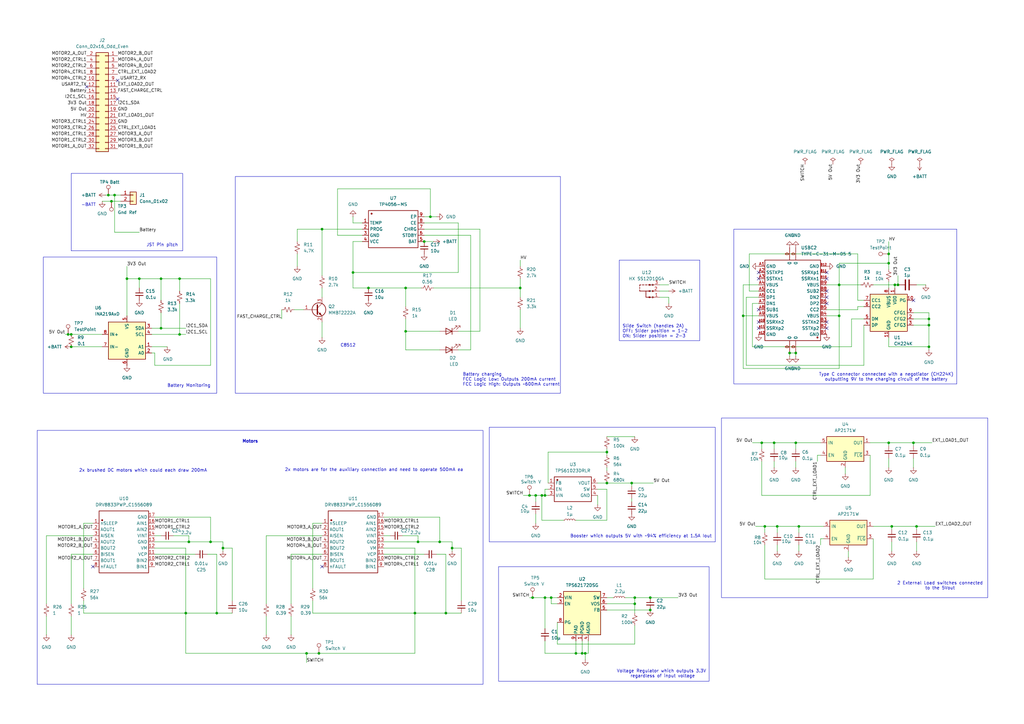
<source format=kicad_sch>
(kicad_sch (version 20250114) (generator "eeschema") (generator_version "9.0")
  (paper "A3")
  (title_block (title "EEE3088F Power Project") (date "2025-03-27") (company "University of Cape Town") (comment 3 "@ Author: Mishka Singh") (comment 4 "@ Author: Anna Lukose"))
  (lib_symbols
    (symbol "Connector:TestPoint" (pin_numbers (hide yes)) (pin_names (offset 0.762) (hide yes))
      (property "Reference" "TP" (at 0 6.858 0))
      (property "Value" "TestPoint" (at 0 5.08 0))
      (symbol "TestPoint_1_1"
        (pin passive line (at 0 0 90) (length 2.54) (name "1") (number "1"))
      )
    )
    (symbol "Connector_Generic:Conn_01x02" (pin_names (offset 1.016) (hide yes))
      (property "Reference" "J" (at 0 2.54 0))
      (property "Value" "Conn_01x02" (at 0 -5.08 0))
      (symbol "Conn_01x02_1_1"
        (pin passive line (at -5.08 0 0) (length 3.81) (name "Pin_1") (number "1"))
        (pin passive line (at -5.08 -2.54 0) (length 3.81) (name "Pin_2") (number "2"))
      )
    )
    (symbol "Connector_Generic:Conn_02x16_Odd_Even" (pin_names (offset 1.016) (hide yes))
      (property "Reference" "J" (at 1.27 20.32 0))
      (property "Value" "Conn_02x16_Odd_Even" (at 1.27 -22.86 0))
      (symbol "Conn_02x16_Odd_Even_1_1"
        (pin passive line (at -5.08 17.78 0) (length 3.81) (name "Pin_1") (number "1"))
        (pin passive line (at -5.08 15.24 0) (length 3.81) (name "Pin_3") (number "3"))
        (pin passive line (at -5.08 12.7 0) (length 3.81) (name "Pin_5") (number "5"))
        (pin passive line (at -5.08 10.16 0) (length 3.81) (name "Pin_7") (number "7"))
        (pin passive line (at -5.08 7.62 0) (length 3.81) (name "Pin_9") (number "9"))
        (pin passive line (at -5.08 5.08 0) (length 3.81) (name "Pin_11") (number "11"))
        (pin passive line (at -5.08 2.54 0) (length 3.81) (name "Pin_13") (number "13"))
        (pin passive line (at -5.08 0 0) (length 3.81) (name "Pin_15") (number "15"))
        (pin passive line (at -5.08 -2.54 0) (length 3.81) (name "Pin_17") (number "17"))
        (pin passive line (at -5.08 -5.08 0) (length 3.81) (name "Pin_19") (number "19"))
        (pin passive line (at -5.08 -7.62 0) (length 3.81) (name "Pin_21") (number "21"))
        (pin passive line (at -5.08 -10.16 0) (length 3.81) (name "Pin_23") (number "23"))
        (pin passive line (at -5.08 -12.7 0) (length 3.81) (name "Pin_25") (number "25"))
        (pin passive line (at -5.08 -15.24 0) (length 3.81) (name "Pin_27") (number "27"))
        (pin passive line (at -5.08 -17.78 0) (length 3.81) (name "Pin_29") (number "29"))
        (pin passive line (at -5.08 -20.32 0) (length 3.81) (name "Pin_31") (number "31"))
        (pin passive line (at 7.62 17.78 180) (length 3.81) (name "Pin_2") (number "2"))
        (pin passive line (at 7.62 15.24 180) (length 3.81) (name "Pin_4") (number "4"))
        (pin passive line (at 7.62 12.7 180) (length 3.81) (name "Pin_6") (number "6"))
        (pin passive line (at 7.62 10.16 180) (length 3.81) (name "Pin_8") (number "8"))
        (pin passive line (at 7.62 7.62 180) (length 3.81) (name "Pin_10") (number "10"))
        (pin passive line (at 7.62 5.08 180) (length 3.81) (name "Pin_12") (number "12"))
        (pin passive line (at 7.62 2.54 180) (length 3.81) (name "Pin_14") (number "14"))
        (pin passive line (at 7.62 0 180) (length 3.81) (name "Pin_16") (number "16"))
        (pin passive line (at 7.62 -2.54 180) (length 3.81) (name "Pin_18") (number "18"))
        (pin passive line (at 7.62 -5.08 180) (length 3.81) (name "Pin_20") (number "20"))
        (pin passive line (at 7.62 -7.62 180) (length 3.81) (name "Pin_22") (number "22"))
        (pin passive line (at 7.62 -10.16 180) (length 3.81) (name "Pin_24") (number "24"))
        (pin passive line (at 7.62 -12.7 180) (length 3.81) (name "Pin_26") (number "26"))
        (pin passive line (at 7.62 -15.24 180) (length 3.81) (name "Pin_28") (number "28"))
        (pin passive line (at 7.62 -17.78 180) (length 3.81) (name "Pin_30") (number "30"))
        (pin passive line (at 7.62 -20.32 180) (length 3.81) (name "Pin_32") (number "32"))
      )
    )
    (symbol "Device:C" (pin_numbers (hide yes)) (pin_names (offset 0.254))
      (property "Reference" "C" (at 0.635 2.54 0))
      (property "Value" "C" (at 0.635 -2.54 0))
      (symbol "C_1_1"
        (pin passive line (at 0 3.81 270) (length 2.794) (name "~") (number "1"))
        (pin passive line (at 0 -3.81 90) (length 2.794) (name "~") (number "2"))
      )
    )
    (symbol "Device:C_Small" (pin_numbers (hide yes)) (pin_names (offset 0.254) (hide yes))
      (property "Reference" "C" (at 0.254 1.778 0))
      (property "Value" "C_Small" (at 0.254 -2.032 0))
      (symbol "C_Small_1_1"
        (pin passive line (at 0 2.54 270) (length 2.032) (name "~") (number "1"))
        (pin passive line (at 0 -2.54 90) (length 2.032) (name "~") (number "2"))
      )
    )
    (symbol "Device:LED" (pin_numbers (hide yes)) (pin_names (offset 1.016) (hide yes))
      (property "Reference" "D" (at 0 2.54 0))
      (property "Value" "LED" (at 0 -2.54 0))
      (symbol "LED_1_1"
        (pin passive line (at -3.81 0 0) (length 2.54) (name "K") (number "1"))
        (pin passive line (at 3.81 0 180) (length 2.54) (name "A") (number "2"))
      )
    )
    (symbol "Device:L_Small" (pin_numbers (hide yes)) (pin_names (offset 0.254) (hide yes))
      (property "Reference" "L" (at 0.762 1.016 0))
      (property "Value" "L_Small" (at 0.762 -1.016 0))
      (symbol "L_Small_1_1"
        (pin passive line (at 0 2.54 270) (length 0.508) (name "~") (number "1"))
        (pin passive line (at 0 -2.54 90) (length 0.508) (name "~") (number "2"))
      )
    )
    (symbol "Device:R_Small_US" (pin_numbers (hide yes)) (pin_names (offset 0.254) (hide yes))
      (property "Reference" "R" (at 0.762 0.508 0))
      (property "Value" "R_Small_US" (at 0.762 -1.016 0))
      (symbol "R_Small_US_1_1"
        (pin passive line (at 0 2.54 270) (length 1.016) (name "~") (number "1"))
        (pin passive line (at 0 -2.54 90) (length 1.016) (name "~") (number "2"))
      )
    )
    (symbol "Interface_USB:CH224K"
      (property "Reference" "U" (at -7.874 -8.89 0))
      (property "Value" "CH224K" (at 3.048 -8.89 0))
      (symbol "CH224K_1_1"
        (pin bidirectional line (at -10.16 5.08 0) (length 2.54) (name "CC1") (number "7"))
        (pin bidirectional line (at -10.16 2.54 0) (length 2.54) (name "CC2") (number "6"))
        (pin bidirectional line (at -10.16 -2.54 0) (length 2.54) (name "DM") (number "5"))
        (pin bidirectional line (at -10.16 -5.08 0) (length 2.54) (name "DP") (number "4"))
        (pin passive line (at 0 10.16 270) (length 2.54) (name "VBUS") (number "8"))
        (pin power_in line (at 0 -10.16 90) (length 2.54) (name "GND") (number "11"))
        (pin power_in line (at 2.54 10.16 270) (length 2.54) (name "VDD") (number "1"))
        (pin open_collector line (at 10.16 5.08 180) (length 2.54) (name "PG") (number "10"))
        (pin passive line (at 10.16 0 180) (length 2.54) (name "CFG1") (number "9"))
        (pin passive line (at 10.16 -2.54 180) (length 2.54) (name "CFG2") (number "2"))
        (pin passive line (at 10.16 -5.08 180) (length 2.54) (name "CFG3") (number "3"))
      )
    )
    (symbol "Power_Management:AP2171W"
      (property "Reference" "U" (at -7.62 -6.35 0))
      (property "Value" "AP2171W" (at -7.62 6.35 0))
      (symbol "AP2171W_1_1"
        (pin power_in line (at -10.16 2.54 0) (length 2.54) (name "IN") (number "5"))
        (pin input line (at -10.16 -2.54 0) (length 2.54) (name "EN") (number "4"))
        (pin power_in line (at 0 -7.62 90) (length 2.54) (name "GND") (number "2"))
        (pin power_out line (at 10.16 2.54 180) (length 2.54) (name "OUT") (number "1"))
        (pin open_collector line (at 10.16 -2.54 180) (length 2.54) (name "~{FLG}") (number "3"))
      )
    )
    (symbol "Regulator_Switching:TPS62172DSG" (pin_names (offset 0.254))
      (property "Reference" "U" (at -7.62 11.43 0))
      (property "Value" "TPS62172DSG" (at -1.27 11.43 0))
      (symbol "TPS62172DSG_1_1"
        (pin power_in line (at -10.16 7.62 0) (length 2.54) (name "VIN") (number "2"))
        (pin input line (at -10.16 5.08 0) (length 2.54) (name "EN") (number "3"))
        (pin open_collector line (at -10.16 -2.54 0) (length 2.54) (name "PG") (number "8"))
        (pin power_in line (at -2.54 -10.16 90) (length 2.54) (name "PAD") (number "9"))
        (pin power_in line (at 0 -10.16 90) (length 2.54) (name "PGND") (number "1"))
        (pin power_in line (at 2.54 -10.16 90) (length 2.54) (name "AGND") (number "4"))
        (pin output line (at 10.16 7.62 180) (length 2.54) (name "SW") (number "7"))
        (pin input line (at 10.16 5.08 180) (length 2.54) (name "VOS") (number "6"))
        (pin input line (at 10.16 2.54 180) (length 2.54) (name "FB") (number "5"))
      )
    )
    (symbol "SCHLIB_DRV8833PWP_C1556089_2025-03-27:DRV8833PWP_C1556089"
      (property "Reference" "U?" (at 0 0 0))
      (property "Value" "DRV8833PWP_C1556089" (at 0 0 0))
      (symbol "DRV8833PWP_C1556089_0_0"
        (pin unspecified line (at -12.7 7.62 0) (length 2.54) (name "nSLEEP") (number "1"))
        (pin unspecified line (at -12.7 5.08 0) (length 2.54) (name "AOUT1") (number "2"))
        (pin unspecified line (at -12.7 2.54 0) (length 2.54) (name "AISEN") (number "3"))
        (pin unspecified line (at -12.7 0 0) (length 2.54) (name "AOUT2") (number "4"))
        (pin unspecified line (at -12.7 -2.54 0) (length 2.54) (name "BOUT2") (number "5"))
        (pin unspecified line (at -12.7 -5.08 0) (length 2.54) (name "BISEN") (number "6"))
        (pin unspecified line (at -12.7 -7.62 0) (length 2.54) (name "BOUT1") (number "7"))
        (pin unspecified line (at -12.7 -10.16 0) (length 2.54) (name "nFAULT") (number "8"))
        (pin unspecified line (at 12.7 10.16 180) (length 2.54) (name "GND") (number "17"))
        (pin unspecified line (at 12.7 7.62 180) (length 2.54) (name "AIN1") (number "16"))
        (pin unspecified line (at 12.7 5.08 180) (length 2.54) (name "AIN2") (number "15"))
        (pin unspecified line (at 12.7 2.54 180) (length 2.54) (name "VINT") (number "14"))
        (pin unspecified line (at 12.7 0 180) (length 2.54) (name "GND") (number "13"))
        (pin unspecified line (at 12.7 -2.54 180) (length 2.54) (name "VM") (number "12"))
        (pin unspecified line (at 12.7 -5.08 180) (length 2.54) (name "VCP") (number "11"))
        (pin unspecified line (at 12.7 -7.62 180) (length 2.54) (name "BIN2") (number "10"))
        (pin unspecified line (at 12.7 -10.16 180) (length 2.54) (name "BIN1") (number "9"))
      )
    )
    (symbol "SCHLIB_HX-SS12D10G4_2025-03-27:HX SS12D10G4"
      (property "Reference" "U?" (at 0 0 0))
      (property "Value" "HX SS12D10G4" (at 0 0 0))
      (symbol "HX SS12D10G4_0_0"
        (pin unspecified line (at 5.08 2.54 180) (length 2.54) (name "3") (number "3"))
        (pin unspecified line (at 5.08 0 180) (length 3.048) (name "2") (number "2"))
        (pin unspecified line (at 5.08 -2.54 180) (length 2.54) (name "1") (number "1"))
      )
    )
    (symbol "SCHLIB_TP4056-MS_2025-03-26 (1):TP4056-MS"
      (property "Reference" "U?" (at 0 0 0))
      (property "Value" "TP4056-MS" (at 0 0 0))
      (symbol "TP4056-MS_0_0"
        (pin unspecified line (at -12.7 2.54 0) (length 2.54) (name "TEMP") (number "1"))
        (pin unspecified line (at -12.7 0 0) (length 2.54) (name "PROG") (number "2"))
        (pin unspecified line (at -12.7 -2.54 0) (length 2.54) (name "GND") (number "3"))
        (pin unspecified line (at -12.7 -5.08 0) (length 2.54) (name "VCC") (number "4"))
        (pin unspecified line (at 12.7 5.08 180) (length 2.54) (name "EP") (number "9"))
        (pin unspecified line (at 12.7 2.54 180) (length 2.54) (name "CE") (number "8"))
        (pin unspecified line (at 12.7 0 180) (length 2.54) (name "CHRG") (number "7"))
        (pin unspecified line (at 12.7 -2.54 180) (length 2.54) (name "STDBY") (number "6"))
        (pin unspecified line (at 12.7 -5.08 180) (length 2.54) (name "BAT") (number "5"))
      )
    )
    (symbol "SCHLIB_TPS61023DRLR_2025-03-27:TPS61023DRLR"
      (property "Reference" "U?" (at 0 0 0))
      (property "Value" "TPS61023DRLR" (at 0 0 0))
      (symbol "TPS61023DRLR_0_0"
        (pin unspecified line (at -10.16 2.54 0) (length 2.54) (name "FB") (number "1"))
        (pin unspecified line (at -10.16 0 0) (length 2.54) (name "EN") (number "2"))
        (pin unspecified line (at -10.16 -2.54 0) (length 2.54) (name "VIN") (number "3"))
        (pin unspecified line (at 10.16 2.54 180) (length 2.54) (name "VOUT") (number "6"))
        (pin unspecified line (at 10.16 0 180) (length 2.54) (name "SW") (number "5"))
        (pin unspecified line (at 10.16 -2.54 180) (length 2.54) (name "GND") (number "4"))
      )
    )
    (symbol "SCHLIB_TYPE-C-31-M-05-5_2025-03-28:TYPE-C-31-M-05 5"
      (property "Reference" "USBC?" (at 0 0 0))
      (property "Value" "TYPE-C-31-M-05 5" (at 0 0 0))
      (symbol "TYPE-C-31-M-05 5_0_0"
        (pin unspecified line (at -13.97 13.97 0) (length 2.54) (name "GND") (number "A1"))
        (pin unspecified line (at -13.97 11.43 0) (length 2.54) (name "SSTXP1") (number "A2"))
        (pin unspecified line (at -13.97 8.89 0) (length 2.54) (name "SSTXn1") (number "A3"))
        (pin unspecified line (at -13.97 6.35 0) (length 2.54) (name "VBUS") (number "A4"))
        (pin unspecified line (at -13.97 3.81 0) (length 2.54) (name "CC1") (number "A5"))
        (pin unspecified line (at -13.97 1.27 0) (length 2.54) (name "DP1") (number "A6"))
        (pin unspecified line (at -13.97 -1.27 0) (length 2.54) (name "DN1") (number "A7"))
        (pin unspecified line (at -13.97 -3.81 0) (length 2.54) (name "SUB1") (number "A8"))
        (pin unspecified line (at -13.97 -6.35 0) (length 2.54) (name "VBUS") (number "A9"))
        (pin unspecified line (at -13.97 -8.89 0) (length 2.54) (name "SSRXn2") (number "A10"))
        (pin unspecified line (at -13.97 -11.43 0) (length 2.54) (name "SSRXp2") (number "A11"))
        (pin unspecified line (at -13.97 -13.97 0) (length 2.54) (name "GND") (number "A12"))
        (pin unspecified line (at -1.27 21.59 270) (length 5.08) (name "0") (number "0"))
        (pin unspecified line (at -1.27 -21.59 90) (length 5.08) (name "0") (number "0"))
        (pin unspecified line (at 1.27 21.59 270) (length 5.08) (name "0") (number "0"))
        (pin unspecified line (at 1.27 -21.59 90) (length 5.08) (name "0") (number "0"))
        (pin unspecified line (at 13.97 13.97 180) (length 2.54) (name "GND") (number "B12"))
        (pin unspecified line (at 13.97 11.43 180) (length 2.54) (name "SSRXp1") (number "B11"))
        (pin unspecified line (at 13.97 8.89 180) (length 2.54) (name "SSRXn1") (number "B10"))
        (pin unspecified line (at 13.97 6.35 180) (length 2.54) (name "VBUS") (number "B9"))
        (pin unspecified line (at 13.97 3.81 180) (length 2.54) (name "SUB2") (number "B8"))
        (pin unspecified line (at 13.97 1.27 180) (length 2.54) (name "DN2") (number "B7"))
        (pin unspecified line (at 13.97 -1.27 180) (length 2.54) (name "DP2") (number "B6"))
        (pin unspecified line (at 13.97 -3.81 180) (length 2.54) (name "CC2") (number "B5"))
        (pin unspecified line (at 13.97 -6.35 180) (length 2.54) (name "VBUS") (number "B4"))
        (pin unspecified line (at 13.97 -8.89 180) (length 2.54) (name "SSTXn2") (number "B3"))
        (pin unspecified line (at 13.97 -11.43 180) (length 2.54) (name "SSTXp2") (number "B2"))
        (pin unspecified line (at 13.97 -13.97 180) (length 2.54) (name "GND") (number "B1"))
      )
    )
    (symbol "Sensor_Energy:INA219AxD"
      (property "Reference" "U" (at -6.35 8.89 0))
      (property "Value" "INA219AxD" (at 5.08 8.89 0))
      (symbol "INA219AxD_1_1"
        (pin input line (at -10.16 2.54 0) (length 2.54) (name "IN+") (number "8"))
        (pin input line (at -10.16 -2.54 0) (length 2.54) (name "IN-") (number "7"))
        (pin power_in line (at 0 10.16 270) (length 2.54) (name "VS") (number "5"))
        (pin power_in line (at 0 -10.16 90) (length 2.54) (name "GND") (number "6"))
        (pin bidirectional line (at 10.16 5.08 180) (length 2.54) (name "SDA") (number "3"))
        (pin input line (at 10.16 2.54 180) (length 2.54) (name "SCL") (number "4"))
        (pin input line (at 10.16 -2.54 180) (length 2.54) (name "A1") (number "1"))
        (pin input line (at 10.16 -5.08 180) (length 2.54) (name "A0") (number "2"))
      )
    )
    (symbol "Transistor_BJT:MMBT2222A" (pin_names (offset 0) (hide yes))
      (property "Reference" "Q" (at 5.08 1.905 0))
      (property "Value" "MMBT2222A" (at 5.08 0 0))
      (symbol "MMBT2222A_1_1"
        (pin input line (at -5.08 0 0) (length 2.54) (name "B") (number "1"))
        (pin passive line (at 2.54 5.08 270) (length 2.54) (name "C") (number "3"))
        (pin passive line (at 2.54 -5.08 90) (length 2.54) (name "E") (number "2"))
      )
    )
    (symbol "power:+BATT" (power) (pin_numbers (hide yes)) (pin_names (offset 0) (hide yes))
      (property "Value" "+BATT" (at 0 3.556 0))
      (symbol "+BATT_1_1"
        (pin power_in line (at 0 0 90) (length 0) (name "~") (number "1"))
      )
    )
    (symbol "power:GND" (power) (pin_numbers (hide yes)) (pin_names (offset 0) (hide yes))
      (property "Value" "GND" (at 0 -3.81 0))
      (symbol "GND_1_1"
        (pin power_in line (at 0 0 270) (length 0) (name "~") (number "1"))
      )
    )
    (symbol "power:PWR_FLAG" (power) (pin_numbers (hide yes)) (pin_names (offset 0) (hide yes))
      (property "Value" "PWR_FLAG" (at 0 3.81 0))
      (symbol "PWR_FLAG_0_0"
        (pin power_out line (at 0 0 90) (length 0) (name "~") (number "1"))
      )
    )
  )
  (rectangle (start 254 106.68) (end 287.02 139.7))
  (rectangle (start 15.24 176.53) (end 198.12 280.67))
  (rectangle (start 29.21 71.12) (end 74.93 102.87))
  (rectangle (start 295.91 171.45) (end 405.13 245.11))
  (rectangle (start 200.66 175.26) (end 293.37 222.25))
  (rectangle (start 300.99 93.98) (end 392.43 157.48))
  (rectangle (start 96.52 72.39) (end 229.87 161.29))
  (rectangle (start 204.47 232.41) (end 290.83 279.4))
  (rectangle (start 17.78 105.41) (end 88.9 161.29))
  (text "2x motors are for the auxiliary connection and need to operate 500mA ea\n" (at 153.416 192.786 0) (effects (font (size 1.27 1.27))))
  (text "Voltage Regulator which outputs 3.3V \nregardless of input voltage" (at 271.78 276.352 0) (effects (font (size 1.27 1.27))))
  (text "2x brushed DC motors which could each draw 200mA" (at 58.674 193.04 0) (effects (font (size 1.27 1.27))))
  (text "JST Pin pitch\n" (at 66.548 100.584 0) (effects (font (size 1.27 1.27))))
  (text "Type C connector connected with a negotiator (CH224K)\noutputting 9V to the charging circuit of the battery\n" (at 363.474 154.686 0) (effects (font (size 1.27 1.27))))
  (text "C8512\n" (at 142.748 141.732 0) (effects (font (size 1.27 1.27))))
  (text "Battery Monitoring\n" (at 77.47 158.242 0) (effects (font (size 1.27 1.27))))
  (text "Slide Switch (handles 2A)\nOFF: Slider position = 1-2\nON: Slider position = 2-3" (at 255.27 135.89 0) (effects (font (size 1.27 1.27)) (justify left)))
  (text "2 External Load switches connected\nto the 5Vout" (at 385.572 240.284 0) (effects (font (size 1.27 1.27))))
  (text "-BATT\n" (at 36.322 84.074 0) (effects (font (size 1.27 1.27))))
  (text "Motors\n" (at 102.616 181.102 0) (effects (font (size 1.27 1.27) (thickness 0.254) (bold yes))))
  (text "Booster which outputs 5V with ~94% efficiency at 1.5A Iout" (at 262.89 219.964 0) (effects (font (size 1.27 1.27))))
  (text "Battery charging\nFCC Logic Low: Outputs 200mA current\nFCC Logic High: Outputs ~600mA current\n" (at 189.738 155.702 0) (effects (font (size 1.27 1.27)) (justify left)))
  (junction (at 260.35 247.65))
  (junction (at 364.49 104.14))
  (junction (at 219.71 203.2))
  (junction (at 144.78 111.76))
  (junction (at 375.92 215.9))
  (junction (at 368.3 116.84))
  (junction (at 344.17 129.54))
  (junction (at 236.22 267.97))
  (junction (at 218.44 245.11))
  (junction (at 364.49 107.95))
  (junction (at 52.07 114.3))
  (junction (at 238.76 267.97))
  (junction (at 44.45 80.01))
  (junction (at 86.36 222.25))
  (junction (at 185.42 224.79))
  (junction (at 248.92 185.42))
  (junction (at 226.06 245.11))
  (junction (at 317.5 181.61))
  (junction (at 318.77 215.9))
  (junction (at 29.21 137.16))
  (junction (at 213.36 118.11))
  (junction (at 29.21 142.24))
  (junction (at 323.85 144.78))
  (junction (at 27.94 137.16))
  (junction (at 151.13 118.11))
  (junction (at 66.04 134.62))
  (junction (at 88.9 251.46))
  (junction (at 73.66 137.16))
  (junction (at 217.17 203.2))
  (junction (at 312.42 181.61))
  (junction (at 266.7 245.11))
  (junction (at 77.47 222.25))
  (junction (at 130.81 267.97))
  (junction (at 365.76 215.9))
  (junction (at 222.25 203.2))
  (junction (at 66.04 114.3))
  (junction (at 326.39 144.78))
  (junction (at 304.8 129.54))
  (junction (at 381 130.81))
  (junction (at 374.65 181.61))
  (junction (at 326.39 181.61))
  (junction (at 381 133.35))
  (junction (at 76.2 251.46))
  (junction (at 170.18 251.46))
  (junction (at 367.03 116.84))
  (junction (at 240.03 267.97))
  (junction (at 260.35 245.11))
  (junction (at 364.49 181.61))
  (junction (at 259.08 198.12))
  (junction (at 132.08 93.98))
  (junction (at 171.45 222.25))
  (junction (at 313.69 215.9))
  (junction (at 266.7 250.19))
  (junction (at 166.37 118.11))
  (junction (at 248.92 198.12))
  (junction (at 176.53 88.9))
  (junction (at 45.72 82.55))
  (junction (at 73.66 114.3))
  (junction (at 125.73 267.97))
  (junction (at 173.99 99.06))
  (junction (at 57.15 114.3))
  (junction (at 182.88 251.46))
  (junction (at 180.34 222.25))
  (junction (at 223.52 245.11))
  (junction (at 223.52 203.2))
  (junction (at 381 142.24))
  (junction (at 46.99 80.01))
  (junction (at 166.37 135.89))
  (junction (at 327.66 215.9))
  (junction (at 91.44 224.79))
  (junction (at 344.17 116.84))
  (no_connect (at 38.1 232.41))
  (no_connect (at 339.09 132.08))
  (no_connect (at 311.15 114.3))
  (no_connect (at 48.26 40.64))
  (no_connect (at 35.56 35.56))
  (no_connect (at 311.15 134.62))
  (no_connect (at 339.09 114.3))
  (no_connect (at 311.15 127))
  (no_connect (at 339.09 119.38))
  (no_connect (at 339.09 124.46))
  (no_connect (at 339.09 111.76))
  (no_connect (at 311.15 132.08))
  (no_connect (at 132.08 232.41))
  (no_connect (at 311.15 111.76))
  (no_connect (at 374.65 123.19))
  (no_connect (at 339.09 121.92))
  (no_connect (at 339.09 134.62))
  (no_connect (at 48.26 33.02))
  (wire (pts (xy 248.92 184.15) (xy 248.92 185.42)))
  (wire (pts (xy 236.22 267.97) (xy 238.76 267.97)))
  (wire (pts (xy 121.92 93.98) (xy 121.92 99.06)))
  (wire (pts (xy 76.2 137.16) (xy 73.66 137.16)))
  (wire (pts (xy 223.52 262.89) (xy 223.52 267.97)))
  (wire (pts (xy 132.08 93.98) (xy 132.08 113.03)))
  (wire (pts (xy 66.04 128.27) (xy 66.04 134.62)))
  (wire (pts (xy 346.71 191.77) (xy 346.71 194.31)))
  (wire (pts (xy 351.79 104.14) (xy 307.34 104.14)))
  (wire (pts (xy 121.92 104.14) (xy 121.92 109.22)))
  (wire (pts (xy 95.25 246.38) (xy 95.25 224.79)))
  (wire (pts (xy 185.42 222.25) (xy 185.42 224.79)))
  (wire (pts (xy 311.15 121.92) (xy 306.07 121.92)))
  (wire (pts (xy 73.66 114.3) (xy 73.66 119.38)))
  (wire (pts (xy 128.27 214.63) (xy 128.27 241.3)))
  (wire (pts (xy 238.76 267.97) (xy 240.03 267.97)))
  (wire (pts (xy 219.71 203.2) (xy 222.25 203.2)))
  (wire (pts (xy 364.49 182.88) (xy 364.49 181.61)))
  (wire (pts (xy 151.13 118.11) (xy 144.78 118.11)))
  (wire (pts (xy 365.76 222.25) (xy 365.76 226.06)))
  (wire (pts (xy 217.17 203.2) (xy 219.71 203.2)))
  (wire (pts (xy 148.59 96.52) (xy 138.43 96.52)))
  (wire (pts (xy 170.18 251.46) (xy 170.18 267.97)))
  (wire (pts (xy 224.79 185.42) (xy 248.92 185.42)))
  (wire (pts (xy 41.91 82.55) (xy 45.72 82.55)))
  (wire (pts (xy 381 142.24) (xy 381 143.51)))
  (wire (pts (xy 364.49 115.57) (xy 364.49 118.11)))
  (wire (pts (xy 337.82 220.98) (xy 336.55 220.98)))
  (wire (pts (xy 248.92 191.77) (xy 248.92 193.04)))
  (wire (pts (xy 57.15 95.25) (xy 46.99 95.25)))
  (wire (pts (xy 196.85 135.89) (xy 196.85 93.98)))
  (wire (pts (xy 270.51 119.38) (xy 274.32 119.38)))
  (wire (pts (xy 260.35 256.54) (xy 260.35 264.16)))
  (wire (pts (xy 312.42 181.61) (xy 312.42 184.15)))
  (wire (pts (xy 19.05 219.71) (xy 38.1 219.71)))
  (wire (pts (xy 63.5 224.79) (xy 76.2 224.79)))
  (wire (pts (xy 86.36 212.09) (xy 86.36 222.25)))
  (wire (pts (xy 307.34 104.14) (xy 307.34 119.38)))
  (wire (pts (xy 245.11 198.12) (xy 248.92 198.12)))
  (wire (pts (xy 148.59 93.98) (xy 132.08 93.98)))
  (wire (pts (xy 375.92 215.9) (xy 375.92 217.17)))
  (wire (pts (xy 187.96 135.89) (xy 196.85 135.89)))
  (wire (pts (xy 223.52 245.11) (xy 223.52 257.81)))
  (wire (pts (xy 180.34 222.25) (xy 185.42 222.25)))
  (wire (pts (xy 308.61 142.24) (xy 349.25 142.24)))
  (wire (pts (xy 76.2 267.97) (xy 125.73 267.97)))
  (wire (pts (xy 128.27 246.38) (xy 128.27 251.46)))
  (wire (pts (xy 86.36 149.86) (xy 86.36 114.3)))
  (wire (pts (xy 132.08 118.11) (xy 132.08 121.92)))
  (wire (pts (xy 66.04 114.3) (xy 66.04 123.19)))
  (wire (pts (xy 19.05 219.71) (xy 19.05 247.65)))
  (wire (pts (xy 45.72 82.55) (xy 49.53 82.55)))
  (wire (pts (xy 73.66 124.46) (xy 73.66 137.16)))
  (wire (pts (xy 34.29 214.63) (xy 34.29 241.3)))
  (wire (pts (xy 171.45 219.71) (xy 171.45 222.25)))
  (wire (pts (xy 170.18 251.46) (xy 182.88 251.46)))
  (wire (pts (xy 245.11 203.2) (xy 245.11 207.01)))
  (wire (pts (xy 144.78 91.44) (xy 144.78 88.9)))
  (wire (pts (xy 313.69 215.9) (xy 318.77 215.9)))
  (wire (pts (xy 374.65 128.27) (xy 381 128.27)))
  (wire (pts (xy 86.36 222.25) (xy 91.44 222.25)))
  (wire (pts (xy 313.69 223.52) (xy 313.69 237.49)))
  (wire (pts (xy 144.78 118.11) (xy 144.78 111.76)))
  (wire (pts (xy 270.51 116.84) (xy 274.32 116.84)))
  (wire (pts (xy 381 128.27) (xy 381 130.81)))
  (wire (pts (xy 176.53 88.9) (xy 179.07 88.9)))
  (wire (pts (xy 63.5 149.86) (xy 86.36 149.86)))
  (wire (pts (xy 213.36 114.3) (xy 213.36 118.11)))
  (wire (pts (xy 339.09 129.54) (xy 344.17 129.54)))
  (wire (pts (xy 304.8 129.54) (xy 311.15 129.54)))
  (wire (pts (xy 358.14 116.84) (xy 367.03 116.84)))
  (wire (pts (xy 166.37 135.89) (xy 180.34 135.89)))
  (wire (pts (xy 248.92 198.12) (xy 259.08 198.12)))
  (wire (pts (xy 157.48 212.09) (xy 180.34 212.09)))
  (wire (pts (xy 306.07 121.92) (xy 306.07 149.86)))
  (wire (pts (xy 358.14 215.9) (xy 365.76 215.9)))
  (wire (pts (xy 189.23 246.38) (xy 189.23 224.79)))
  (wire (pts (xy 128.27 251.46) (xy 170.18 251.46)))
  (wire (pts (xy 344.17 107.95) (xy 364.49 107.95)))
  (wire (pts (xy 52.07 114.3) (xy 57.15 114.3)))
  (wire (pts (xy 241.3 267.97) (xy 240.03 267.97)))
  (wire (pts (xy 248.92 185.42) (xy 248.92 186.69)))
  (wire (pts (xy 374.65 133.35) (xy 381 133.35)))
  (wire (pts (xy 166.37 130.81) (xy 166.37 135.89)))
  (wire (pts (xy 157.48 224.79) (xy 170.18 224.79)))
  (wire (pts (xy 132.08 93.98) (xy 121.92 93.98)))
  (wire (pts (xy 224.79 200.66) (xy 223.52 200.66)))
  (wire (pts (xy 336.55 186.69) (xy 335.28 186.69)))
  (wire (pts (xy 248.92 245.11) (xy 251.46 245.11)))
  (wire (pts (xy 171.45 222.25) (xy 180.34 222.25)))
  (wire (pts (xy 125.73 267.97) (xy 125.73 271.78)))
  (wire (pts (xy 66.04 114.3) (xy 73.66 114.3)))
  (wire (pts (xy 248.92 247.65) (xy 260.35 247.65)))
  (wire (pts (xy 351.79 123.19) (xy 351.79 104.14)))
  (wire (pts (xy 213.36 127) (xy 213.36 134.62)))
  (wire (pts (xy 307.34 119.38) (xy 311.15 119.38)))
  (wire (pts (xy 151.13 118.11) (xy 166.37 118.11)))
  (wire (pts (xy 349.25 142.24) (xy 349.25 130.81)))
  (wire (pts (xy 313.69 237.49) (xy 358.14 237.49)))
  (wire (pts (xy 165.1 219.71) (xy 171.45 219.71)))
  (wire (pts (xy 177.8 118.11) (xy 213.36 118.11)))
  (wire (pts (xy 29.21 142.24) (xy 41.91 142.24)))
  (wire (pts (xy 86.36 114.3) (xy 73.66 114.3)))
  (wire (pts (xy 367.03 116.84) (xy 367.03 118.11)))
  (wire (pts (xy 223.52 200.66) (xy 223.52 203.2)))
  (wire (pts (xy 88.9 227.33) (xy 88.9 251.46)))
  (wire (pts (xy 313.69 215.9) (xy 313.69 218.44)))
  (wire (pts (xy 34.29 251.46) (xy 76.2 251.46)))
  (wire (pts (xy 308.61 181.61) (xy 312.42 181.61)))
  (wire (pts (xy 323.85 144.78) (xy 326.39 144.78)))
  (wire (pts (xy 317.5 191.77) (xy 317.5 189.23)))
  (wire (pts (xy 344.17 129.54) (xy 344.17 116.84)))
  (wire (pts (xy 76.2 251.46) (xy 88.9 251.46)))
  (wire (pts (xy 76.2 224.79) (xy 76.2 251.46)))
  (wire (pts (xy 364.49 142.24) (xy 381 142.24)))
  (wire (pts (xy 187.96 111.76) (xy 144.78 111.76)))
  (wire (pts (xy 228.6 264.16) (xy 228.6 255.27)))
  (wire (pts (xy 358.14 237.49) (xy 358.14 220.98)))
  (wire (pts (xy 27.94 137.16) (xy 29.21 137.16)))
  (wire (pts (xy 326.39 181.61) (xy 336.55 181.61)))
  (wire (pts (xy 196.85 93.98) (xy 173.99 93.98)))
  (wire (pts (xy 236.22 213.36) (xy 248.92 213.36)))
  (wire (pts (xy 374.65 181.61) (xy 374.65 182.88)))
  (wire (pts (xy 182.88 227.33) (xy 182.88 251.46)))
  (wire (pts (xy 318.77 226.06) (xy 318.77 223.52)))
  (wire (pts (xy 364.49 138.43) (xy 364.49 142.24)))
  (wire (pts (xy 326.39 191.77) (xy 326.39 189.23)))
  (wire (pts (xy 189.23 224.79) (xy 185.42 224.79)))
  (wire (pts (xy 77.47 222.25) (xy 86.36 222.25)))
  (wire (pts (xy 304.8 129.54) (xy 304.8 151.13)))
  (wire (pts (xy 374.65 191.77) (xy 374.65 187.96)))
  (wire (pts (xy 176.53 77.47) (xy 176.53 88.9)))
  (wire (pts (xy 317.5 181.61) (xy 326.39 181.61)))
  (wire (pts (xy 336.55 220.98) (xy 336.55 223.52)))
  (wire (pts (xy 187.96 143.51) (xy 193.04 143.51)))
  (wire (pts (xy 349.25 130.81) (xy 354.33 130.81)))
  (wire (pts (xy 182.88 251.46) (xy 189.23 251.46)))
  (wire (pts (xy 214.63 203.2) (xy 217.17 203.2)))
  (wire (pts (xy 144.78 99.06) (xy 148.59 99.06)))
  (wire (pts (xy 260.35 247.65) (xy 260.35 251.46)))
  (wire (pts (xy 381 130.81) (xy 381 133.35)))
  (wire (pts (xy 312.42 189.23) (xy 312.42 203.2)))
  (wire (pts (xy 335.28 186.69) (xy 335.28 189.23)))
  (wire (pts (xy 185.42 224.79) (xy 185.42 226.06)))
  (wire (pts (xy 193.04 143.51) (xy 193.04 96.52)))
  (wire (pts (xy 166.37 135.89) (xy 166.37 143.51)))
  (wire (pts (xy 46.99 95.25) (xy 46.99 80.01)))
  (wire (pts (xy 351.79 125.73) (xy 351.79 127)))
  (wire (pts (xy 88.9 227.33) (xy 85.09 227.33)))
  (wire (pts (xy 379.73 116.84) (xy 375.92 116.84)))
  (wire (pts (xy 187.96 91.44) (xy 187.96 111.76)))
  (wire (pts (xy 76.2 134.62) (xy 66.04 134.62)))
  (wire (pts (xy 327.66 226.06) (xy 327.66 223.52)))
  (wire (pts (xy 193.04 96.52) (xy 173.99 96.52)))
  (wire (pts (xy 248.92 200.66) (xy 245.11 200.66)))
  (wire (pts (xy 311.15 124.46) (xy 308.61 124.46)))
  (wire (pts (xy 364.49 99.06) (xy 364.49 104.14)))
  (wire (pts (xy 344.17 116.84) (xy 344.17 107.95)))
  (wire (pts (xy 270.51 121.92) (xy 274.32 121.92)))
  (wire (pts (xy 259.08 198.12) (xy 267.97 198.12)))
  (wire (pts (xy 318.77 218.44) (xy 318.77 215.9)))
  (wire (pts (xy 91.44 222.25) (xy 91.44 224.79)))
  (wire (pts (xy 228.6 247.65) (xy 226.06 247.65)))
  (wire (pts (xy 182.88 227.33) (xy 179.07 227.33)))
  (wire (pts (xy 77.47 219.71) (xy 77.47 222.25)))
  (wire (pts (xy 312.42 181.61) (xy 317.5 181.61)))
  (wire (pts (xy 317.5 184.15) (xy 317.5 181.61)))
  (wire (pts (xy 66.04 134.62) (xy 62.23 134.62)))
  (wire (pts (xy 374.65 181.61) (xy 382.27 181.61)))
  (wire (pts (xy 180.34 212.09) (xy 180.34 222.25)))
  (wire (pts (xy 223.52 245.11) (xy 226.06 245.11)))
  (wire (pts (xy 109.22 252.73) (xy 109.22 260.35)))
  (wire (pts (xy 91.44 224.79) (xy 91.44 226.06)))
  (wire (pts (xy 223.52 267.97) (xy 236.22 267.97)))
  (wire (pts (xy 80.01 227.33) (xy 63.5 227.33)))
  (wire (pts (xy 63.5 222.25) (xy 77.47 222.25)))
  (wire (pts (xy 166.37 118.11) (xy 172.72 118.11)))
  (wire (pts (xy 374.65 130.81) (xy 381 130.81)))
  (wire (pts (xy 109.22 219.71) (xy 109.22 247.65)))
  (wire (pts (xy 138.43 96.52) (xy 138.43 77.47)))
  (wire (pts (xy 238.76 262.89) (xy 238.76 267.97)))
  (wire (pts (xy 256.54 245.11) (xy 260.35 245.11)))
  (wire (pts (xy 88.9 251.46) (xy 95.25 251.46)))
  (wire (pts (xy 226.06 247.65) (xy 226.06 245.11)))
  (wire (pts (xy 34.29 246.38) (xy 34.29 251.46)))
  (wire (pts (xy 326.39 184.15) (xy 326.39 181.61)))
  (wire (pts (xy 213.36 118.11) (xy 213.36 121.92)))
  (wire (pts (xy 347.98 226.06) (xy 347.98 228.6)))
  (wire (pts (xy 323.85 146.05) (xy 323.85 144.78)))
  (wire (pts (xy 173.99 227.33) (xy 157.48 227.33)))
  (wire (pts (xy 19.05 252.73) (xy 19.05 260.35)))
  (wire (pts (xy 259.08 205.74) (xy 259.08 204.47)))
  (wire (pts (xy 311.15 116.84) (xy 304.8 116.84)))
  (wire (pts (xy 274.32 121.92) (xy 274.32 124.46)))
  (wire (pts (xy 364.49 187.96) (xy 364.49 191.77)))
  (wire (pts (xy 381 133.35) (xy 381 142.24)))
  (wire (pts (xy 364.49 107.95) (xy 364.49 110.49)))
  (wire (pts (xy 125.73 267.97) (xy 130.81 267.97)))
  (wire (pts (xy 312.42 203.2) (xy 356.87 203.2)))
  (wire (pts (xy 241.3 262.89) (xy 241.3 267.97)))
  (wire (pts (xy 368.3 113.03) (xy 368.3 116.84)))
  (wire (pts (xy 38.1 214.63) (xy 34.29 214.63)))
  (wire (pts (xy 223.52 203.2) (xy 224.79 203.2)))
  (wire (pts (xy 138.43 77.47) (xy 176.53 77.47)))
  (wire (pts (xy 309.88 215.9) (xy 313.69 215.9)))
  (wire (pts (xy 304.8 151.13) (xy 344.17 151.13)))
  (wire (pts (xy 132.08 227.33) (xy 119.38 227.33)))
  (wire (pts (xy 222.25 203.2) (xy 223.52 203.2)))
  (wire (pts (xy 44.45 80.01) (xy 46.99 80.01)))
  (wire (pts (xy 327.66 215.9) (xy 337.82 215.9)))
  (wire (pts (xy 217.17 245.11) (xy 218.44 245.11)))
  (wire (pts (xy 356.87 181.61) (xy 364.49 181.61)))
  (wire (pts (xy 63.5 212.09) (xy 86.36 212.09)))
  (wire (pts (xy 375.92 226.06) (xy 375.92 222.25)))
  (wire (pts (xy 356.87 203.2) (xy 356.87 186.69)))
  (wire (pts (xy 327.66 218.44) (xy 327.66 215.9)))
  (wire (pts (xy 226.06 245.11) (xy 228.6 245.11)))
  (wire (pts (xy 173.99 99.06) (xy 177.8 99.06)))
  (wire (pts (xy 344.17 151.13) (xy 344.17 129.54)))
  (wire (pts (xy 218.44 245.11) (xy 223.52 245.11)))
  (wire (pts (xy 364.49 104.14) (xy 364.49 107.95)))
  (wire (pts (xy 157.48 222.25) (xy 171.45 222.25)))
  (wire (pts (xy 120.65 127) (xy 124.46 127)))
  (wire (pts (xy 219.71 210.82) (xy 219.71 214.63)))
  (wire (pts (xy 364.49 181.61) (xy 374.65 181.61)))
  (wire (pts (xy 170.18 224.79) (xy 170.18 251.46)))
  (wire (pts (xy 71.12 219.71) (xy 77.47 219.71)))
  (wire (pts (xy 260.35 245.11) (xy 260.35 247.65)))
  (wire (pts (xy 119.38 227.33) (xy 119.38 247.65)))
  (wire (pts (xy 213.36 106.68) (xy 213.36 109.22)))
  (wire (pts (xy 29.21 137.16) (xy 41.91 137.16)))
  (wire (pts (xy 339.09 127) (xy 351.79 127)))
  (wire (pts (xy 144.78 111.76) (xy 144.78 99.06)))
  (wire (pts (xy 266.7 245.11) (xy 278.13 245.11)))
  (wire (pts (xy 57.15 114.3) (xy 57.15 118.11)))
  (wire (pts (xy 52.07 109.22) (xy 52.07 114.3)))
  (wire (pts (xy 240.03 267.97) (xy 240.03 270.51)))
  (wire (pts (xy 29.21 252.73) (xy 29.21 260.35)))
  (wire (pts (xy 260.35 264.16) (xy 228.6 264.16)))
  (wire (pts (xy 248.92 179.07) (xy 260.35 179.07)))
  (wire (pts (xy 115.57 127) (xy 115.57 130.81)))
  (wire (pts (xy 318.77 215.9) (xy 327.66 215.9)))
  (wire (pts (xy 354.33 133.35) (xy 354.33 149.86)))
  (wire (pts (xy 130.81 267.97) (xy 170.18 267.97)))
  (wire (pts (xy 219.71 203.2) (xy 219.71 205.74)))
  (wire (pts (xy 132.08 214.63) (xy 128.27 214.63)))
  (wire (pts (xy 166.37 118.11) (xy 166.37 125.73)))
  (wire (pts (xy 354.33 125.73) (xy 351.79 125.73)))
  (wire (pts (xy 63.5 149.86) (xy 63.5 144.78)))
  (wire (pts (xy 166.37 143.51) (xy 180.34 143.51)))
  (wire (pts (xy 248.92 250.19) (xy 266.7 250.19)))
  (wire (pts (xy 308.61 124.46) (xy 308.61 142.24)))
  (wire (pts (xy 259.08 199.39) (xy 259.08 198.12)))
  (wire (pts (xy 306.07 149.86) (xy 354.33 149.86)))
  (wire (pts (xy 375.92 215.9) (xy 383.54 215.9)))
  (wire (pts (xy 38.1 227.33) (xy 29.21 227.33)))
  (wire (pts (xy 224.79 198.12) (xy 224.79 185.42)))
  (wire (pts (xy 63.5 219.71) (xy 66.04 219.71)))
  (wire (pts (xy 354.33 123.19) (xy 351.79 123.19)))
  (wire (pts (xy 365.76 217.17) (xy 365.76 215.9)))
  (wire (pts (xy 344.17 116.84) (xy 339.09 116.84)))
  (wire (pts (xy 46.99 80.01) (xy 49.53 80.01)))
  (wire (pts (xy 62.23 142.24) (xy 68.58 142.24)))
  (wire (pts (xy 304.8 116.84) (xy 304.8 129.54)))
  (wire (pts (xy 63.5 144.78) (xy 62.23 144.78)))
  (wire (pts (xy 365.76 215.9) (xy 375.92 215.9)))
  (wire (pts (xy 236.22 262.89) (xy 236.22 267.97)))
  (wire (pts (xy 148.59 91.44) (xy 144.78 91.44)))
  (wire (pts (xy 73.66 137.16) (xy 62.23 137.16)))
  (wire (pts (xy 57.15 114.3) (xy 66.04 114.3)))
  (wire (pts (xy 260.35 245.11) (xy 266.7 245.11)))
  (wire (pts (xy 76.2 251.46) (xy 76.2 267.97)))
  (wire (pts (xy 119.38 252.73) (xy 119.38 260.35)))
  (wire (pts (xy 368.3 116.84) (xy 367.03 116.84)))
  (wire (pts (xy 248.92 213.36) (xy 248.92 200.66)))
  (wire (pts (xy 157.48 219.71) (xy 160.02 219.71)))
  (wire (pts (xy 173.99 88.9) (xy 176.53 88.9)))
  (wire (pts (xy 326.39 146.05) (xy 326.39 144.78)))
  (wire (pts (xy 222.25 213.36) (xy 231.14 213.36)))
  (wire (pts (xy 26.67 137.16) (xy 27.94 137.16)))
  (wire (pts (xy 173.99 91.44) (xy 187.96 91.44)))
  (wire (pts (xy 52.07 114.3) (xy 52.07 129.54)))
  (wire (pts (xy 29.21 227.33) (xy 29.21 247.65)))
  (wire (pts (xy 222.25 203.2) (xy 222.25 213.36)))
  (wire (pts (xy 43.18 80.01) (xy 44.45 80.01)))
  (wire (pts (xy 344.17 116.84) (xy 353.06 116.84)))
  (wire (pts (xy 95.25 224.79) (xy 91.44 224.79)))
  (wire (pts (xy 132.08 132.08) (xy 132.08 138.43)))
  (wire (pts (xy 109.22 219.71) (xy 132.08 219.71)))
  (label "3V3 Out" (at 353.06 67.31 270))
  (label "MOTOR1_CTRL2" (at 63.5 217.17 0))
  (label "SWITCH" (at 125.73 271.78 0))
  (label "MOTOR3_B_OUT" (at 48.26 58.42 0))
  (label "MOTOR2_CTRL2" (at 35.56 27.94 180))
  (label "MOTOR1_B_OUT" (at 38.1 222.25 180))
  (label "5V Out" (at 309.88 215.9 180))
  (label "MOTOR1_CTRL1" (at 35.56 55.88 180))
  (label "MOTOR1_CTRL2" (at 35.56 58.42 180))
  (label "5V Out" (at 267.97 198.12 0))
  (label "5V Out" (at 26.67 137.16 180))
  (label "MOTOR2_A_OUT" (at 35.56 22.86 180))
  (label "GND" (at 48.26 45.72 0))
  (label "3V3 Out" (at 278.13 245.11 0))
  (label "MOTOR1_B_OUT" (at 48.26 60.96 0))
  (label "HV" (at 35.56 48.26 180))
  (label "MOTOR4_B_OUT" (at 48.26 27.94 0))
  (label "MOTOR4_CTRL2" (at 35.56 33.02 180))
  (label "MOTOR1_CTRL1" (at 63.5 214.63 0))
  (label "SWITCH" (at 214.63 203.2 180))
  (label "EXT_LOAD1_OUT" (at 382.27 181.61 0))
  (label "I2C1_SCL" (at 76.2 137.16 0))
  (label "CTRL_EXT_LOAD2" (at 48.26 30.48 0))
  (label "MOTOR4_B_OUT" (at 132.08 224.79 180))
  (label "GND" (at 48.26 50.8 0))
  (label "MOTOR4_CTRL2" (at 157.48 229.87 0))
  (label "MOTOR4_CTRL1" (at 35.56 30.48 180))
  (label "FAST_CHARGE_CTRL" (at 48.26 38.1 0))
  (label "MOTOR1_A_OUT" (at 38.1 217.17 180))
  (label "3V3 Out" (at 52.07 109.22 0))
  (label "USART2_TX" (at 35.56 35.56 180))
  (label "3V3 Out" (at 35.56 43.18 180))
  (label "EXT_LOAD2_OUT" (at 383.54 215.9 0))
  (label "MOTOR2_CTRL1" (at 35.56 25.4 180))
  (label "I2C1_SDA" (at 76.2 134.62 0))
  (label "3V3 Out" (at 368.3 113.03 90))
  (label "MOTOR2_CTRL1" (at 63.5 232.41 0))
  (label "SWITCH" (at 217.17 245.11 180))
  (label "MOTOR2_B_OUT" (at 48.26 22.86 0))
  (label "MOTOR3_CTRL2" (at 35.56 53.34 180))
  (label "Battery" (at 57.15 95.25 0))
  (label "MOTOR1_A_OUT" (at 35.56 60.96 180))
  (label "5V Out" (at 341.63 67.31 270))
  (label "EXT_LOAD2_OUT" (at 48.26 35.56 0))
  (label "CTRL_EXT_LOAD1" (at 48.26 53.34 0))
  (label "MOTOR4_A_OUT" (at 132.08 229.87 180))
  (label "MOTOR2_CTRL2" (at 63.5 229.87 0))
  (label "HV" (at 364.49 99.06 0))
  (label "MOTOR3_CTRL1" (at 35.56 50.8 180))
  (label "Battery" (at 35.56 38.1 180))
  (label "MOTOR4_CTRL1" (at 157.48 232.41 0))
  (label "I2C1_SCL" (at 35.56 40.64 180))
  (label "MOTOR3_CTRL2" (at 157.48 217.17 0))
  (label "MOTOR3_A_OUT" (at 48.26 55.88 0))
  (label "CTRL_EXT_LOAD2" (at 336.55 223.52 270))
  (label "5V Out" (at 35.56 45.72 180))
  (label "MOTOR3_B_OUT" (at 132.08 222.25 180))
  (label "MOTOR3_A_OUT" (at 132.08 217.17 180))
  (label "MOTOR2_A_OUT" (at 38.1 229.87 180))
  (label "I2C1_SDA" (at 48.26 43.18 0))
  (label " USART2_RX" (at 48.26 33.02 0))
  (label "CTRL_EXT_LOAD1" (at 335.28 189.23 270))
  (label "HV" (at 213.36 106.68 0))
  (label "FAST_CHARGE_CTRL" (at 115.57 130.81 180))
  (label "EXT_LOAD1_OUT" (at 48.26 48.26 0))
  (label "SWITCH" (at 330.2 67.31 270))
  (label "SWITCH" (at 274.32 116.84 0))
  (label "MOTOR2_B_OUT" (at 38.1 224.79 180))
  (label "5V Out" (at 308.61 181.61 180))
  (label "MOTOR4_A_OUT" (at 48.26 25.4 0))
  (label "MOTOR3_CTRL1" (at 157.48 214.63 0))
  (symbol (lib_id "Device:C_Small") (at 365.76 219.71 0) (unit 1)
    (property "Reference" "C12" (at 368.3 218.4462 0) (effects (justify left)))
    (property "Value" "0.1μ" (at 368.3 220.9862 0) (effects (justify left)))
    (property "Footprint" "Capacitor_SMD:C_0402_1005Metric_Pad0.74x0.62mm_HandSolder" (effects (hide yes)))
    (property "Description" "Unpolarized capacitor, small symbol" (effects (hide yes)))
    (property "LCSC" "C1525" (effects (hide yes)))
  )
  (symbol (lib_id "Device:R_Small_US") (at 364.49 113.03 180) (unit 1)
    (property "Reference" "R1" (at 360.426 112.014 0))
    (property "Value" "10k" (at 360.68 114.3 0))
    (property "Footprint" "Resistor_SMD:R_0603_1608Metric_Pad0.98x0.95mm_HandSolder" (effects (hide yes)))
    (property "Description" "Resistor, small US symbol" (effects (hide yes)))
    (property "LCSC" "C25804" (effects (hide yes)))
  )
  (symbol (lib_id "Device:R_Small_US") (at 119.38 250.19 0) (unit 1)
    (property "Reference" "R29" (at 123.19 248.9199 0) (effects (justify left)))
    (property "Value" "0.39" (at 123.19 251.4599 0) (effects (justify left)))
    (property "Footprint" "Resistor_SMD:R_0402_1005Metric_Pad0.72x0.64mm_HandSolder" (effects (hide yes)))
    (property "Description" "Resistor, small US symbol" (effects (hide yes)))
    (property "LCSC" "C166621" (effects (hide yes)))
  )
  (symbol (lib_id "Interface_USB:CH224K") (at 364.49 128.27 0) (unit 1)
    (property "Reference" "U1" (at 366.6333 138.43 0) (effects (justify left)))
    (property "Value" "CH224K" (at 366.6333 140.97 0) (effects (justify left)))
    (property "Footprint" "Package_SO:SSOP-10-1EP_3.9x4.9mm_P1mm_EP2.1x3.3mm" (effects (hide yes)))
    (property "Datasheet" "https://www.wch.cn/downloads/file/301.html" (effects (hide yes)))
    (property "Description" "100W USB Type-C PD3.0/2.0, BC1.2 Sink Controller, SSOP-10" (effects (hide yes)))
    (property "LCSC" "C970725" (effects (hide yes)))
  )
  (symbol (lib_id "Device:C_Small") (at 68.58 219.71 90) (unit 1)
    (property "Reference" "C24" (at 72.39 217.678 90))
    (property "Value" "2.2u" (at 76.454 218.44 90))
    (property "Footprint" "Capacitor_SMD:C_0402_1005Metric_Pad0.74x0.62mm_HandSolder" (effects (hide yes)))
    (property "Description" "Unpolarized capacitor, small symbol" (effects (hide yes)))
    (property "LCSC" "C12530" (effects (hide yes)))
  )
  (symbol (lib_id "power:GND") (at 219.71 214.63 0) (unit 1)
    (property "Reference" "#PWR05" (effects (hide yes)))
    (property "Value" "GND" (at 219.71 219.71 0))
    (property "Description" "Power symbol creates a global label with name \"GND\" , ground" (effects (hide yes)))
  )
  (symbol (lib_id "power:+BATT") (at 43.18 80.01 90) (unit 1)
    (property "Reference" "#PWR048" (effects (hide yes)))
    (property "Value" "+BATT" (at 39.37 80.0099 90) (effects (justify left)))
    (property "Description" "Power symbol creates a global label with name \"+BATT\"" (effects (hide yes)))
  )
  (symbol (lib_id "Device:C_Small") (at 327.66 220.98 0) (unit 1)
    (property "Reference" "C11" (at 330.2 219.7162 0) (effects (justify left)))
    (property "Value" "0.1μ" (at 330.2 222.2562 0) (effects (justify left)))
    (property "Footprint" "Capacitor_SMD:C_0402_1005Metric_Pad0.74x0.62mm_HandSolder" (effects (hide yes)))
    (property "Description" "Unpolarized capacitor, small symbol" (effects (hide yes)))
    (property "LCSC" "C1525" (effects (hide yes)))
  )
  (symbol (lib_id "Device:R_Small_US") (at 213.36 124.46 0) (unit 1)
    (property "Reference" "R21" (at 215.9 123.1899 0) (effects (justify left)))
    (property "Value" "3.3k" (at 215.9 125.7299 0) (effects (justify left)))
    (property "Footprint" "Resistor_SMD:R_0603_1608Metric_Pad0.98x0.95mm_HandSolder" (effects (hide yes)))
    (property "Description" "Resistor, small US symbol" (effects (hide yes)))
    (property "LCSC" "C22978" (effects (hide yes)))
  )
  (symbol (lib_id "power:GND") (at 381 143.51 0) (unit 1)
    (property "Reference" "#PWR01" (effects (hide yes)))
    (property "Value" "GND" (at 381 148.59 0))
    (property "Description" "Power symbol creates a global label with name \"GND\" , ground" (effects (hide yes)))
  )
  (symbol (lib_id "SCHLIB_DRV8833PWP_C1556089_2025-03-27:DRV8833PWP_C1556089") (at 50.8 222.25 0) (unit 1)
    (property "Reference" "U10" (at 50.8 204.47 0))
    (property "Value" "DRV8833PWP_C1556089" (at 50.8 207.01 0))
    (property "Footprint" "PCBLIB_ETSSOP-16_L5.0-W4.4-P0.65-LS6.4-BL-EP_2025-03-27:ETSSOP-16_L5.0-W4.4-P0.65-LS6.4-BL-EP" (effects (hide yes)))
    (property "Manufacturer Part" "DRV8833PWP" (effects (hide yes)))
    (property "Manufacturer" "TI(德州仪器)" (effects (hide yes)))
    (property "LCSC" "C1556089" (effects (hide yes)))
    (property "Supplier" "LCSC" (effects (hide yes)))
  )
  (symbol (lib_id "Device:C_Small") (at 259.08 208.28 0) (unit 1)
    (property "Reference" "C14" (at 261.62 207.0162 0) (effects (justify left)))
    (property "Value" "22μ" (at 261.62 209.5562 0) (effects (justify left)))
    (property "Footprint" "Capacitor_SMD:C_0603_1608Metric_Pad1.08x0.95mm_HandSolder" (effects (hide yes)))
    (property "Description" "Unpolarized capacitor, small symbol" (effects (hide yes)))
    (property "LCSC" "C59461" (effects (hide yes)))
  )
  (symbol (lib_id "Device:C_Small") (at 364.49 185.42 0) (unit 1)
    (property "Reference" "C7" (at 367.03 184.1562 0) (effects (justify left)))
    (property "Value" "0.1μ" (at 367.03 186.6962 0) (effects (justify left)))
    (property "Footprint" "Capacitor_SMD:C_0402_1005Metric_Pad0.74x0.62mm_HandSolder" (effects (hide yes)))
    (property "Description" "Unpolarized capacitor, small symbol" (effects (hide yes)))
    (property "LCSC" "C1525" (effects (hide yes)))
  )
  (symbol (lib_id "Power_Management:AP2171W") (at 346.71 184.15 0) (unit 1)
    (property "Reference" "U4" (at 346.71 173.99 0))
    (property "Value" "AP2171W" (at 346.71 176.53 0))
    (property "Footprint" "Package_TO_SOT_SMD:SOT-23-5" (effects (hide yes)))
    (property "Datasheet" "https://www.diodes.com/assets/Datasheets/AP2161.pdf" (effects (hide yes)))
    (property "Description" "Current limited power switch, single channel, SOT-23-5" (effects (hide yes)))
    (property "LCSC" "C110466" (effects (hide yes)))
  )
  (symbol (lib_id "power:GND") (at 173.99 104.14 0) (unit 1)
    (property "Reference" "#PWR030" (effects (hide yes)))
    (property "Value" "GND" (at 173.99 109.22 0))
    (property "Description" "Power symbol creates a global label with name \"GND\" , ground" (effects (hide yes)))
  )
  (symbol (lib_id "Connector:TestPoint") (at 364.49 104.14 90) (unit 1) (in_bom no)
    (property "Reference" "TP2" (at 361.188 99.06 90))
    (property "Value" "TestPoint" (at 361.188 101.6 90))
    (property "Footprint" "TestPoint:TestPoint_Pad_D2.0mm" (effects (hide yes)))
    (property "Description" "test point" (effects (hide yes)))
  )
  (symbol (lib_id "Device:LED") (at 184.15 143.51 180) (unit 1)
    (property "Reference" "D2" (at 185.674 146.812 0))
    (property "Value" "LED" (at 186.182 149.352 0))
    (property "Footprint" "LED_SMD:LED_0603_1608Metric_Pad1.05x0.95mm_HandSolder" (effects (hide yes)))
    (property "Description" "Light emitting diode" (effects (hide yes)))
    (property "Sim.Pins" "1=K 2=A" (effects (hide yes)))
    (property "LCSC" "C2290" (effects (hide yes)))
  )
  (symbol (lib_id "Device:C_Small") (at 57.15 120.65 0) (unit 1)
    (property "Reference" "C15" (at 59.69 119.3862 0) (effects (justify left)))
    (property "Value" "0.1u" (at 59.69 121.9262 0) (effects (justify left)))
    (property "Footprint" "Capacitor_SMD:C_0402_1005Metric_Pad0.74x0.62mm_HandSolder" (effects (hide yes)))
    (property "Description" "Unpolarized capacitor, small symbol" (effects (hide yes)))
    (property "LCSC" "C1525" (effects (hide yes)))
  )
  (symbol (lib_id "Device:R_Small_US") (at 29.21 139.7 0) (unit 1)
    (property "Reference" "R9" (at 31.75 138.4299 0) (effects (justify left)))
    (property "Value" "0.1" (at 31.75 140.9699 0) (effects (justify left)))
    (property "Footprint" "Resistor_SMD:R_0805_2012Metric_Pad1.20x1.40mm_HandSolder" (effects (hide yes)))
    (property "Description" "Resistor, small US symbol" (effects (hide yes)))
    (property "LCSC" "C2934258" (effects (hide yes)))
  )
  (symbol (lib_id "power:PWR_FLAG") (at 377.19 67.31 0) (unit 1)
    (property "Reference" "#FLG02" (effects (hide yes)))
    (property "Value" "PWR_FLAG" (at 377.19 62.23 0))
    (property "Description" "Special symbol for telling ERC where power comes from" (effects (hide yes)))
  )
  (symbol (lib_id "power:GND") (at 52.07 149.86 0) (unit 1)
    (property "Reference" "#PWR022" (effects (hide yes)))
    (property "Value" "GND" (at 52.07 154.94 0))
    (property "Description" "Power symbol creates a global label with name \"GND\" , ground" (effects (hide yes)))
  )
  (symbol (lib_id "Device:R_Small_US") (at 128.27 243.84 0) (unit 1)
    (property "Reference" "R30" (at 130.81 242.5699 0) (effects (justify left)))
    (property "Value" "56k" (at 130.81 245.1099 0) (effects (justify left)))
    (property "Footprint" "Resistor_SMD:R_0603_1608Metric_Pad0.98x0.95mm_HandSolder" (effects (hide yes)))
    (property "Description" "Resistor, small US symbol" (effects (hide yes)))
    (property "LCSC" "C23206" (effects (hide yes)))
  )
  (symbol (lib_id "power:+BATT") (at 274.32 119.38 270) (unit 1)
    (property "Reference" "#PWR054" (effects (hide yes)))
    (property "Value" "+BATT" (at 278.13 119.3799 90) (effects (justify left)))
    (property "Description" "Power symbol creates a global label with name \"+BATT\"" (effects (hide yes)))
  )
  (symbol (lib_id "power:GND") (at 346.71 194.31 0) (unit 1)
    (property "Reference" "#PWR08" (effects (hide yes)))
    (property "Value" "GND" (at 346.71 199.39 0))
    (property "Description" "Power symbol creates a global label with name \"GND\" , ground" (effects (hide yes)))
  )
  (symbol (lib_id "power:GND") (at 347.98 228.6 0) (unit 1)
    (property "Reference" "#PWR015" (effects (hide yes)))
    (property "Value" "GND" (at 347.98 233.68 0))
    (property "Description" "Power symbol creates a global label with name \"GND\" , ground" (effects (hide yes)))
  )
  (symbol (lib_id "power:GND") (at 326.39 191.77 0) (unit 1)
    (property "Reference" "#PWR010" (effects (hide yes)))
    (property "Value" "GND" (at 326.39 196.85 0))
    (property "Description" "Power symbol creates a global label with name \"GND\" , ground" (effects (hide yes)))
  )
  (symbol (lib_id "Device:C_Small") (at 82.55 227.33 270) (unit 1)
    (property "Reference" "C25" (at 82.5437 233.68 90))
    (property "Value" "0.01u" (at 82.5437 231.14 90))
    (property "Footprint" "Capacitor_SMD:C_0201_0603Metric_Pad0.64x0.40mm_HandSolder" (effects (hide yes)))
    (property "Description" "Unpolarized capacitor, small symbol" (effects (hide yes)))
    (property "LCSC" "C57112" (effects (hide yes)))
  )
  (symbol (lib_id "power:GND") (at 339.09 109.22 90) (unit 1)
    (property "Reference" "#PWR060" (effects (hide yes)))
    (property "Value" "GND" (at 342.9 109.2199 90) (effects (justify right)))
    (property "Description" "Power symbol creates a global label with name \"GND\" , ground" (effects (hide yes)))
  )
  (symbol (lib_id "SCHLIB_TP4056-MS_2025-03-26 (1):TP4056-MS") (at 161.29 93.98 0) (unit 1)
    (property "Reference" "U7" (at 161.29 81.28 0))
    (property "Value" "TP4056-MS" (at 161.29 83.82 0))
    (property "Footprint" "PCBLIB_SOP-8_L4.9-W3.9-P1.27-LS6.0-TL-EP_2025-03-26 (1):SOP-8_L4.9-W3.9-P1.27-LS6.0-TL-EP" (effects (hide yes)))
    (property "Manufacturer Part" "TP4056-MS" (effects (hide yes)))
    (property "Manufacturer" "MSKSEMI(美森科)" (effects (hide yes)))
    (property "LCSC" "C7473158" (effects (hide yes)))
  )
  (symbol (lib_id "Device:R_Small_US") (at 132.08 115.57 0) (unit 1)
    (property "Reference" "R10" (at 134.62 114.2999 0) (effects (justify left)))
    (property "Value" "2.7k" (at 134.62 116.8399 0) (effects (justify left)))
    (property "Footprint" "Resistor_SMD:R_0603_1608Metric_Pad0.98x0.95mm_HandSolder" (effects (hide yes)))
    (property "Description" "Resistor, small US symbol" (effects (hide yes)))
    (property "LCSC" "C13167" (effects (hide yes)))
  )
  (symbol (lib_id "Device:C_Small") (at 173.99 101.6 0) (unit 1)
    (property "Reference" "C17" (at 176.53 100.3362 0) (effects (justify left)))
    (property "Value" "10u" (at 176.53 102.8762 0) (effects (justify left)))
    (property "Footprint" "Capacitor_SMD:C_0402_1005Metric_Pad0.74x0.62mm_HandSolder" (effects (hide yes)))
    (property "Description" "Unpolarized capacitor, small symbol" (effects (hide yes)))
    (property "LCSC" "C15525" (effects (hide yes)))
  )
  (symbol (lib_id "SCHLIB_DRV8833PWP_C1556089_2025-03-27:DRV8833PWP_C1556089") (at 144.78 222.25 0) (unit 1)
    (property "Reference" "U11" (at 144.78 204.47 0))
    (property "Value" "DRV8833PWP_C1556089" (at 144.78 207.01 0))
    (property "Footprint" "PCBLIB_ETSSOP-16_L5.0-W4.4-P0.65-LS6.4-BL-EP_2025-03-27:ETSSOP-16_L5.0-W4.4-P0.65-LS6.4-BL-EP" (effects (hide yes)))
    (property "Manufacturer Part" "DRV8833PWP" (effects (hide yes)))
    (property "Manufacturer" "TI(德州仪器)" (effects (hide yes)))
    (property "LCSC" "C1556089" (effects (hide yes)))
  )
  (symbol (lib_id "Device:R_Small_US") (at 73.66 121.92 0) (unit 1)
    (property "Reference" "R14" (at 76.2 120.6499 0) (effects (justify left)))
    (property "Value" "3.3k" (at 75.946 123.19 0) (effects (justify left)))
    (property "Footprint" "Resistor_SMD:R_0603_1608Metric_Pad0.98x0.95mm_HandSolder" (effects (hide yes)))
    (property "Description" "Resistor, small US symbol" (effects (hide yes)))
    (property "LCSC" "C22978" (effects (hide yes)))
  )
  (symbol (lib_id "Device:C_Small") (at 189.23 248.92 0) (unit 1)
    (property "Reference" "C29" (at 191.77 247.6562 0) (effects (justify left)))
    (property "Value" "10u" (at 191.77 250.1962 0) (effects (justify left)))
    (property "Footprint" "Capacitor_SMD:C_0402_1005Metric_Pad0.74x0.62mm_HandSolder" (effects (hide yes)))
    (property "Description" "Unpolarized capacitor, small symbol" (effects (hide yes)))
    (property "LCSC" "C15525" (effects (hide yes)))
  )
  (symbol (lib_id "Device:C_Small") (at 259.08 201.93 0) (unit 1)
    (property "Reference" "C5" (at 261.62 200.6662 0) (effects (justify left)))
    (property "Value" "22μ" (at 261.62 203.2062 0) (effects (justify left)))
    (property "Footprint" "Capacitor_SMD:C_0603_1608Metric_Pad1.08x0.95mm_HandSolder" (effects (hide yes)))
    (property "Description" "Unpolarized capacitor, small symbol" (effects (hide yes)))
    (property "LCSC" "C59461" (effects (hide yes)))
  )
  (symbol (lib_id "power:GND") (at 323.85 146.05 0) (unit 1)
    (property "Reference" "#PWR051" (effects (hide yes)))
    (property "Value" "GND" (at 323.85 151.13 0))
    (property "Description" "Power symbol creates a global label with name \"GND\" , ground" (effects (hide yes)))
  )
  (symbol (lib_id "Device:R_Small_US") (at 248.92 195.58 0) (unit 1)
    (property "Reference" "R4" (at 251.46 194.3099 0) (effects (justify left)))
    (property "Value" "680k" (at 251.46 196.8499 0) (effects (justify left)))
    (property "Footprint" "Resistor_SMD:R_0402_1005Metric_Pad0.72x0.64mm_HandSolder" (effects (hide yes)))
    (property "Description" "Resistor, small US symbol" (effects (hide yes)))
    (property "LCSC" "C4131" (effects (hide yes)))
  )
  (symbol (lib_id "Connector:TestPoint") (at 218.44 245.11 0) (unit 1) (in_bom no)
    (property "Reference" "TP5" (at 217.678 236.982 0) (effects (justify left)))
    (property "Value" "Switch V" (at 214.884 239.522 0) (effects (justify left)))
    (property "Footprint" "TestPoint:TestPoint_Pad_D2.0mm" (effects (hide yes)))
    (property "Description" "test point" (effects (hide yes)))
  )
  (symbol (lib_id "SCHLIB_HX-SS12D10G4_2025-03-27:HX SS12D10G4") (at 265.43 119.38 0) (unit 1)
    (property "Reference" "U12" (at 265.176 111.76 0))
    (property "Value" "HX SS12D10G4" (at 265.176 114.3 0))
    (property "Footprint" "PCBLIB_SW-TH_SHOU-HAN_SS12D10G4_2025-03-27:SW-TH_SHOU-HAN_SS12D10G4" (effects (hide yes)))
    (property "Manufacturer Part" "HX SS12D10G4" (effects (hide yes)))
    (property "Manufacturer" "hanxia(韩下)" (effects (hide yes)))
    (property "LCSC" "C5149841" (effects (hide yes)))
  )
  (symbol (lib_id "power:GND") (at 327.66 226.06 0) (unit 1)
    (property "Reference" "#PWR014" (effects (hide yes)))
    (property "Value" "GND" (at 327.66 231.14 0))
    (property "Description" "Power symbol creates a global label with name \"GND\" , ground" (effects (hide yes)))
  )
  (symbol (lib_id "power:PWR_FLAG") (at 353.06 67.31 0) (unit 1)
    (property "Reference" "#FLG04" (effects (hide yes)))
    (property "Value" "PWR_FLAG" (at 353.06 62.23 0))
    (property "Description" "Special symbol for telling ERC where power comes from" (effects (hide yes)))
  )
  (symbol (lib_id "Device:R_Small_US") (at 248.92 189.23 0) (unit 1)
    (property "Reference" "R6" (at 251.46 187.9599 0) (effects (justify left)))
    (property "Value" "56k" (at 251.46 190.4999 0) (effects (justify left)))
    (property "Footprint" "Resistor_SMD:R_0603_1608Metric_Pad0.98x0.95mm_HandSolder" (effects (hide yes)))
    (property "Description" "Resistor, small US symbol" (effects (hide yes)))
    (property "LCSC" "C23206" (effects (hide yes)))
  )
  (symbol (lib_id "power:GND") (at 274.32 124.46 0) (unit 1)
    (property "Reference" "#PWR053" (effects (hide yes)))
    (property "Value" "GND" (at 274.32 129.54 0))
    (property "Description" "Power symbol creates a global label with name \"GND\" , ground" (effects (hide yes)))
  )
  (symbol (lib_id "Device:C_Small") (at 317.5 186.69 0) (unit 1)
    (property "Reference" "C8" (at 320.04 185.674 0) (effects (justify left)))
    (property "Value" "10μ" (at 319.278 187.706 0) (effects (justify left)))
    (property "Footprint" "Capacitor_SMD:C_0402_1005Metric_Pad0.74x0.62mm_HandSolder" (effects (hide yes)))
    (property "Description" "Unpolarized capacitor, small symbol" (effects (hide yes)))
    (property "LCSC" "C15525" (effects (hide yes)))
  )
  (symbol (lib_id "power:GND") (at 364.49 191.77 0) (unit 1)
    (property "Reference" "#PWR011" (effects (hide yes)))
    (property "Value" "GND" (at 364.49 196.85 0))
    (property "Description" "Power symbol creates a global label with name \"GND\" , ground" (effects (hide yes)))
  )
  (symbol (lib_id "power:GND") (at 185.42 226.06 0) (unit 1)
    (property "Reference" "#PWR052" (effects (hide yes)))
    (property "Value" "GND" (at 185.42 231.14 0))
    (property "Description" "Power symbol creates a global label with name \"GND\" , ground" (effects (hide yes)))
  )
  (symbol (lib_id "power:GND") (at 266.7 250.19 0) (unit 1)
    (property "Reference" "#PWR020" (effects (hide yes)))
    (property "Value" "GND" (at 266.7 255.27 0))
    (property "Description" "Power symbol creates a global label with name \"GND\" , ground" (effects (hide yes)))
  )
  (symbol (lib_id "power:GND") (at 311.15 109.22 270) (unit 1)
    (property "Reference" "#PWR061" (effects (hide yes)))
    (property "Value" "GND" (at 307.34 109.2199 90) (effects (justify right)))
    (property "Description" "Power symbol creates a global label with name \"GND\" , ground" (effects (hide yes)))
  )
  (symbol (lib_id "power:GND") (at 132.08 138.43 0) (unit 1)
    (property "Reference" "#PWR023" (effects (hide yes)))
    (property "Value" "GND" (at 132.08 143.51 0))
    (property "Description" "Power symbol creates a global label with name \"GND\" , ground" (effects (hide yes)))
  )
  (symbol (lib_id "power:GND") (at 29.21 260.35 0) (unit 1)
    (property "Reference" "#PWR045" (effects (hide yes)))
    (property "Value" "GND" (at 29.21 265.43 0))
    (property "Description" "Power symbol creates a global label with name \"GND\" , ground" (effects (hide yes)))
  )
  (symbol (lib_id "Device:R_Small_US") (at 121.92 101.6 0) (unit 1)
    (property "Reference" "R11" (at 124.46 100.3299 0) (effects (justify left)))
    (property "Value" "4.7K" (at 124.46 102.8699 0) (effects (justify left)))
    (property "Footprint" "Resistor_SMD:R_0603_1608Metric_Pad0.98x0.95mm_HandSolder" (effects (hide yes)))
    (property "Description" "Resistor, small US symbol" (effects (hide yes)))
    (property "LCSC" "C23162" (effects (hide yes)))
  )
  (symbol (lib_id "Connector:TestPoint") (at 130.81 267.97 0) (unit 1) (in_bom no)
    (property "Reference" "TP1" (at 133.35 263.3979 0) (effects (justify left)))
    (property "Value" "Switch V" (at 133.35 265.9379 0) (effects (justify left)))
    (property "Footprint" "TestPoint:TestPoint_Pad_D2.0mm" (effects (hide yes)))
    (property "Description" "test point" (effects (hide yes)))
  )
  (symbol (lib_id "Device:C_Small") (at 95.25 248.92 0) (unit 1)
    (property "Reference" "C26" (at 97.79 247.6562 0) (effects (justify left)))
    (property "Value" "10u" (at 97.79 250.1962 0) (effects (justify left)))
    (property "Footprint" "Capacitor_SMD:C_0402_1005Metric_Pad0.74x0.62mm_HandSolder" (effects (hide yes)))
    (property "Description" "Unpolarized capacitor, small symbol" (effects (hide yes)))
    (property "LCSC" "C15525" (effects (hide yes)))
  )
  (symbol (lib_id "Transistor_BJT:MMBT2222A") (at 129.54 127 0) (unit 1)
    (property "Reference" "Q2" (at 134.62 125.7299 0) (effects (justify left)))
    (property "Value" "MMBT2222A" (at 134.62 128.2699 0) (effects (justify left)))
    (property "Footprint" "Package_TO_SOT_SMD:SOT-23" (effects (hide yes)))
    (property "Datasheet" "https://assets.nexperia.com/documents/data-sheet/MMBT2222A.pdf" (effects (hide yes)))
    (property "Description" "600mA Ic, 40V Vce, NPN Transistor, SOT-23" (effects (hide yes)))
    (property "LCSC" "C8512" (effects (hide yes)))
  )
  (symbol (lib_id "power:GND") (at 318.77 226.06 0) (unit 1)
    (property "Reference" "#PWR013" (effects (hide yes)))
    (property "Value" "GND" (at 318.77 231.14 0))
    (property "Description" "Power symbol creates a global label with name \"GND\" , ground" (effects (hide yes)))
  )
  (symbol (lib_id "Device:C_Small") (at 375.92 219.71 0) (unit 1)
    (property "Reference" "C13" (at 378.46 218.4462 0) (effects (justify left)))
    (property "Value" "0.1μ" (at 378.46 220.9862 0) (effects (justify left)))
    (property "Footprint" "Capacitor_SMD:C_0402_1005Metric_Pad0.74x0.62mm_HandSolder" (effects (hide yes)))
    (property "Description" "Unpolarized capacitor, small symbol" (effects (hide yes)))
    (property "LCSC" "C1525" (effects (hide yes)))
  )
  (symbol (lib_id "Connector_Generic:Conn_02x16_Odd_Even") (at 43.18 40.64 0) (mirror y) (unit 1) (in_bom no)
    (property "Reference" "J2" (at 41.91 16.51 0))
    (property "Value" "Conn_02x16_Odd_Even" (at 41.91 19.05 0))
    (property "Footprint" "Connector_PinSocket_2.54mm:PinSocket_2x16_P2.54mm_Vertical" (effects (hide yes)))
    (property "Description" "Generic connector, double row, 02x16, odd/even pin numbering scheme (row 1 odd numbers, row 2 even numbers), script generated (kicad-library-utils/schlib/autogen/connector/)" (effects (hide yes)))
  )
  (symbol (lib_id "power:GND") (at 311.15 137.16 0) (unit 1)
    (property "Reference" "#PWR063" (effects (hide yes)))
    (property "Value" "GND" (at 311.15 142.24 0))
    (property "Description" "Power symbol creates a global label with name \"GND\" , ground" (effects (hide yes)))
  )
  (symbol (lib_id "Device:R_Small_US") (at 109.22 250.19 0) (unit 1)
    (property "Reference" "R28" (at 113.03 248.9199 0) (effects (justify left)))
    (property "Value" "0.39" (at 113.03 251.4599 0) (effects (justify left)))
    (property "Footprint" "Resistor_SMD:R_0402_1005Metric_Pad0.72x0.64mm_HandSolder" (effects (hide yes)))
    (property "Description" "Resistor, small US symbol" (effects (hide yes)))
    (property "LCSC" "C166621" (effects (hide yes)))
  )
  (symbol (lib_id "Device:R_Small_US") (at 19.05 250.19 0) (unit 1)
    (property "Reference" "R26" (at 21.59 248.9199 0) (effects (justify left)))
    (property "Value" "1" (at 21.59 251.4599 0) (effects (justify left)))
    (property "Footprint" "Resistor_SMD:R_0603_1608Metric_Pad0.98x0.95mm_HandSolder" (effects (hide yes)))
    (property "Description" "Resistor, small US symbol" (effects (hide yes)))
    (property "LCSC" "C22936" (effects (hide yes)))
  )
  (symbol (lib_id "power:GND") (at 375.92 226.06 0) (unit 1)
    (property "Reference" "#PWR017" (effects (hide yes)))
    (property "Value" "GND" (at 375.92 231.14 0))
    (property "Description" "Power symbol creates a global label with name \"GND\" , ground" (effects (hide yes)))
  )
  (symbol (lib_id "power:GND") (at 179.07 88.9 90) (unit 1)
    (property "Reference" "#PWR031" (effects (hide yes)))
    (property "Value" "GND" (at 182.88 88.8999 90) (effects (justify right)))
    (property "Description" "Power symbol creates a global label with name \"GND\" , ground" (effects (hide yes)))
  )
  (symbol (lib_id "power:+BATT") (at 377.19 67.31 180) (unit 1)
    (property "Reference" "#PWR056" (effects (hide yes)))
    (property "Value" "+BATT" (at 377.19 72.39 0))
    (property "Description" "Power symbol creates a global label with name \"+BATT\"" (effects (hide yes)))
  )
  (symbol (lib_id "power:GND") (at 144.78 88.9 180) (unit 1)
    (property "Reference" "#PWR024" (effects (hide yes)))
    (property "Value" "GND" (at 144.78 83.82 0))
    (property "Description" "Power symbol creates a global label with name \"GND\" , ground" (effects (hide yes)))
  )
  (symbol (lib_id "Device:C_Small") (at 162.56 219.71 90) (unit 1)
    (property "Reference" "C27" (at 166.37 217.678 90))
    (property "Value" "2.2u" (at 170.434 218.44 90))
    (property "Footprint" "Capacitor_SMD:C_0402_1005Metric_Pad0.74x0.62mm_HandSolder" (effects (hide yes)))
    (property "Description" "Unpolarized capacitor, small symbol" (effects (hide yes)))
    (property "LCSC" "C12530" (effects (hide yes)))
  )
  (symbol (lib_id "Regulator_Switching:TPS62172DSG") (at 238.76 252.73 0) (unit 1)
    (property "Reference" "U2" (at 238.76 237.49 0))
    (property "Value" "TPS62172DSG" (at 238.76 240.03 0))
    (property "Footprint" "Package_SON:WSON-8-1EP_2x2mm_P0.5mm_EP0.9x1.6mm_ThermalVias" (effects (hide yes)))
    (property "Datasheet" "http://www.ti.com/lit/ds/symlink/tps62170.pdf" (effects (hide yes)))
    (property "Description" "500mA Step-Down Converter with DCS-Control, fixed 3.3V output, 3-17V input voltage, WSON-8" (effects (hide yes)))
    (property "LCSC" "C59873" (effects (hide yes)))
  )
  (symbol (lib_id "power:PWR_FLAG") (at 365.76 67.31 0) (unit 1)
    (property "Reference" "#FLG01" (effects (hide yes)))
    (property "Value" "PWR_FLAG" (at 365.76 62.23 0))
    (property "Description" "Special symbol for telling ERC where power comes from" (effects (hide yes)))
  )
  (symbol (lib_id "power:GND") (at 317.5 191.77 0) (unit 1)
    (property "Reference" "#PWR09" (effects (hide yes)))
    (property "Value" "GND" (at 317.5 196.85 0))
    (property "Description" "Power symbol creates a global label with name \"GND\" , ground" (effects (hide yes)))
  )
  (symbol (lib_id "Sensor_Energy:INA219AxD") (at 52.07 139.7 0) (unit 1)
    (property "Reference" "U6" (at 38.862 126.238 0) (effects (justify left)))
    (property "Value" "INA219AxD" (at 38.862 128.778 0) (effects (justify left)))
    (property "Footprint" "Package_SO:SOIC-8_3.9x4.9mm_P1.27mm" (effects (hide yes)))
    (property "Datasheet" "http://www.ti.com/lit/ds/symlink/ina219.pdf" (effects (hide yes)))
    (property "Description" "Zero-Drift, Bidirectional Current/Power Monitor (0-26V) With I2C Interface, SOIC-8" (effects (hide yes)))
    (property "LCSC" "C138706" (effects (hide yes)))
  )
  (symbol (lib_id "power:GND") (at 19.05 260.35 0) (unit 1)
    (property "Reference" "#PWR046" (effects (hide yes)))
    (property "Value" "GND" (at 19.05 265.43 0))
    (property "Description" "Power symbol creates a global label with name \"GND\" , ground" (effects (hide yes)))
  )
  (symbol (lib_id "power:GND") (at 91.44 226.06 0) (unit 1)
    (property "Reference" "#PWR047" (effects (hide yes)))
    (property "Value" "GND" (at 91.44 231.14 0))
    (property "Description" "Power symbol creates a global label with name \"GND\" , ground" (effects (hide yes)))
  )
  (symbol (lib_id "SCHLIB_TYPE-C-31-M-05-5_2025-03-28:TYPE-C-31-M-05 5") (at 325.12 123.19 0) (unit 1)
    (property "Reference" "USBC2" (at 328.5333 101.6 0) (effects (justify left)))
    (property "Value" "TYPE-C-31-M-05 5" (at 328.5333 104.14 0) (effects (justify left)))
    (property "Footprint" "PCBLIB_TYPE-C-USB-23_2025-03-28:TYPE-C-USB-23" (effects (hide yes)))
    (property "Manufacturer Part" "TYPE-C-31-M-05" (effects (hide yes)))
    (property "Manufacturer" "Rectangular Connectors - Contacts" (effects (hide yes)))
    (property "LCSC" "C845581" (effects (hide yes)))
  )
  (symbol (lib_id "power:GND") (at 326.39 101.6 180) (unit 1)
    (property "Reference" "#PWR059" (effects (hide yes)))
    (property "Value" "GND" (at 326.39 96.52 0))
    (property "Description" "Power symbol creates a global label with name \"GND\" , ground" (effects (hide yes)))
  )
  (symbol (lib_id "Device:L_Small") (at 233.68 213.36 90) (unit 1)
    (property "Reference" "L2" (at 233.68 208.28 90))
    (property "Value" "1μ" (at 233.68 210.82 90))
    (property "Footprint" "Inductor_SMD:L_0805_2012Metric_Pad1.05x1.20mm_HandSolder" (effects (hide yes)))
    (property "Description" "Inductor, small symbol" (effects (hide yes)))
    (property "LCSC" "C99367" (effects (hide yes)))
  )
  (symbol (lib_id "Device:C_Small") (at 318.77 220.98 0) (unit 1)
    (property "Reference" "C10" (at 321.31 219.964 0) (effects (justify left)))
    (property "Value" "10μ" (at 320.548 221.996 0) (effects (justify left)))
    (property "Footprint" "Capacitor_SMD:C_0402_1005Metric_Pad0.74x0.62mm_HandSolder" (effects (hide yes)))
    (property "Description" "Unpolarized capacitor, small symbol" (effects (hide yes)))
    (property "LCSC" "C15525" (effects (hide yes)))
  )
  (symbol (lib_id "power:GND") (at 151.13 123.19 0) (unit 1)
    (property "Reference" "#PWR027" (effects (hide yes)))
    (property "Value" "GND" (at 151.13 128.27 0))
    (property "Description" "Power symbol creates a global label with name \"GND\" , ground" (effects (hide yes)))
  )
  (symbol (lib_id "Device:L_Small") (at 254 245.11 90) (unit 1)
    (property "Reference" "L1" (at 254 240.03 90))
    (property "Value" "2.2μ" (at 254.254 242.57 90))
    (property "Footprint" "Inductor_SMD:L_0805_2012Metric_Pad1.05x1.20mm_HandSolder" (effects (hide yes)))
    (property "Description" "Inductor, small symbol" (effects (hide yes)))
    (property "LCSC" "C1043" (effects (hide yes)))
  )
  (symbol (lib_id "Device:C") (at 372.11 116.84 90) (unit 1)
    (property "Reference" "C3" (at 372.11 110.49 90))
    (property "Value" "1μ" (at 372.11 112.776 90))
    (property "Footprint" "Capacitor_SMD:C_0603_1608Metric_Pad1.08x0.95mm_HandSolder" (effects (hide yes)))
    (property "Description" "Unpolarized capacitor" (effects (hide yes)))
    (property "LCSC" "C15849" (effects (hide yes)))
  )
  (symbol (lib_id "power:+BATT") (at 29.21 142.24 90) (unit 1)
    (property "Reference" "#PWR019" (effects (hide yes)))
    (property "Value" "+BATT" (at 25.4 142.2399 90) (effects (justify left)))
    (property "Description" "Power symbol creates a global label with name \"+BATT\"" (effects (hide yes)))
  )
  (symbol (lib_id "power:GND") (at 109.22 260.35 0) (unit 1)
    (property "Reference" "#PWR049" (effects (hide yes)))
    (property "Value" "GND" (at 109.22 265.43 0))
    (property "Description" "Power symbol creates a global label with name \"GND\" , ground" (effects (hide yes)))
  )
  (symbol (lib_id "Device:R_Small_US") (at 248.92 181.61 0) (unit 1)
    (property "Reference" "R5" (at 251.46 180.3399 0) (effects (justify left)))
    (property "Value" "100k" (at 251.46 182.8799 0) (effects (justify left)))
    (property "Footprint" "Resistor_SMD:R_0603_1608Metric_Pad0.98x0.95mm_HandSolder" (effects (hide yes)))
    (property "Description" "Resistor, small US symbol" (effects (hide yes)))
    (property "LCSC" "C25803" (effects (hide yes)))
  )
  (symbol (lib_id "power:GND") (at 365.76 226.06 0) (unit 1)
    (property "Reference" "#PWR016" (effects (hide yes)))
    (property "Value" "GND" (at 365.76 231.14 0))
    (property "Description" "Power symbol creates a global label with name \"GND\" , ground" (effects (hide yes)))
  )
  (symbol (lib_id "Connector:TestPoint") (at 44.45 80.01 0) (unit 1) (in_bom no)
    (property "Reference" "TP4" (at 40.894 74.676 0) (effects (justify left)))
    (property "Value" "Batt" (at 44.958 74.676 0) (effects (justify left)))
    (property "Footprint" "TestPoint:TestPoint_Pad_D2.0mm" (effects (hide yes)))
    (property "Description" "test point" (effects (hide yes)))
  )
  (symbol (lib_id "power:GND") (at 339.09 137.16 0) (unit 1)
    (property "Reference" "#PWR062" (effects (hide yes)))
    (property "Value" "GND" (at 339.09 142.24 0))
    (property "Description" "Power symbol creates a global label with name \"GND\" , ground" (effects (hide yes)))
  )
  (symbol (lib_id "Device:C_Small") (at 151.13 120.65 0) (unit 1)
    (property "Reference" "C16" (at 153.67 119.3862 0) (effects (justify left)))
    (property "Value" "10u" (at 153.67 121.9262 0) (effects (justify left)))
    (property "Footprint" "Capacitor_SMD:C_0402_1005Metric_Pad0.74x0.62mm_HandSolder" (effects (hide yes)))
    (property "Description" "Unpolarized capacitor, small symbol" (effects (hide yes)))
    (property "LCSC" "C15525" (effects (hide yes)))
  )
  (symbol (lib_id "Device:C_Small") (at 326.39 186.69 0) (unit 1)
    (property "Reference" "C6" (at 328.93 185.4262 0) (effects (justify left)))
    (property "Value" "0.1μ" (at 328.93 187.9662 0) (effects (justify left)))
    (property "Footprint" "Capacitor_SMD:C_0402_1005Metric_Pad0.74x0.62mm_HandSolder" (effects (hide yes)))
    (property "Description" "Unpolarized capacitor, small symbol" (effects (hide yes)))
    (property "LCSC" "C1525" (effects (hide yes)))
  )
  (symbol (lib_id "Connector_Generic:Conn_01x02") (at 54.61 80.01 0) (unit 1) (in_bom no)
    (property "Reference" "J1" (at 57.15 80.0099 0) (effects (justify left)))
    (property "Value" "Conn_01x02" (at 57.15 82.5499 0) (effects (justify left)))
    (property "Footprint" "Connector_JST:JST_PH_B2B-PH-K_1x02_P2.00mm_Vertical" (effects (hide yes)))
    (property "Description" "Generic connector, single row, 01x02, script generated (kicad-library-utils/schlib/autogen/connector/)" (effects (hide yes)))
  )
  (symbol (lib_id "Connector:TestPoint") (at 27.94 137.16 0) (unit 1) (in_bom no)
    (property "Reference" "TP7" (at 30.48 132.5879 0) (effects (justify left)))
    (property "Value" "TestPoint" (at 30.48 135.1279 0) (effects (justify left)))
    (property "Footprint" "TestPoint:TestPoint_Pad_D2.0mm" (effects (hide yes)))
    (property "Description" "test point" (effects (hide yes)))
  )
  (symbol (lib_id "power:GND") (at 68.58 142.24 0) (unit 1)
    (property "Reference" "#PWR026" (effects (hide yes)))
    (property "Value" "GND" (at 68.834 147.32 0))
    (property "Description" "Power symbol creates a global label with name \"GND\" , ground" (effects (hide yes)))
  )
  (symbol (lib_id "Device:R_Small_US") (at 313.69 220.98 0) (unit 1)
    (property "Reference" "R8" (at 309.372 220.472 0) (effects (justify left)))
    (property "Value" "10k" (at 308.864 222.504 0) (effects (justify left)))
    (property "Footprint" "Resistor_SMD:R_0603_1608Metric_Pad0.98x0.95mm_HandSolder" (effects (hide yes)))
    (property "Description" "Resistor, small US symbol" (effects (hide yes)))
    (property "LCSC" "C25804" (effects (hide yes)))
  )
  (symbol (lib_id "power:+BATT") (at 177.8 99.06 270) (unit 1)
    (property "Reference" "#PWR029" (effects (hide yes)))
    (property "Value" "+BATT" (at 181.356 99.06 90) (effects (justify left)))
    (property "Description" "Power symbol creates a global label with name \"+BATT\"" (effects (hide yes)))
  )
  (symbol (lib_id "power:GND") (at 374.65 191.77 0) (unit 1)
    (property "Reference" "#PWR012" (effects (hide yes)))
    (property "Value" "GND" (at 374.65 196.85 0))
    (property "Description" "Power symbol creates a global label with name \"GND\" , ground" (effects (hide yes)))
  )
  (symbol (lib_id "power:GND") (at 260.35 179.07 0) (unit 1)
    (property "Reference" "#PWR07" (effects (hide yes)))
    (property "Value" "GND" (at 260.35 184.15 0))
    (property "Description" "Power symbol creates a global label with name \"GND\" , ground" (effects (hide yes)))
  )
  (symbol (lib_id "power:GND") (at 259.08 210.82 0) (unit 1)
    (property "Reference" "#PWR018" (effects (hide yes)))
    (property "Value" "GND" (at 259.08 215.9 0))
    (property "Description" "Power symbol creates a global label with name \"GND\" , ground" (effects (hide yes)))
  )
  (symbol (lib_id "power:GND") (at 323.85 101.6 180) (unit 1)
    (property "Reference" "#PWR058" (effects (hide yes)))
    (property "Value" "GND" (at 323.85 96.52 0))
    (property "Description" "Power symbol creates a global label with name \"GND\" , ground" (effects (hide yes)))
  )
  (symbol (lib_id "Device:C_Small") (at 374.65 185.42 0) (unit 1)
    (property "Reference" "C9" (at 377.19 184.1562 0) (effects (justify left)))
    (property "Value" "0.1μ" (at 377.19 186.6962 0) (effects (justify left)))
    (property "Footprint" "Capacitor_SMD:C_0402_1005Metric_Pad0.74x0.62mm_HandSolder" (effects (hide yes)))
    (property "Description" "Unpolarized capacitor, small symbol" (effects (hide yes)))
    (property "LCSC" "C1525" (effects (hide yes)))
  )
  (symbol (lib_id "Device:C_Small") (at 219.71 208.28 0) (unit 1)
    (property "Reference" "C4" (at 213.868 207.772 0) (effects (justify left)))
    (property "Value" "10μ" (at 213.36 209.55 0) (effects (justify left)))
    (property "Footprint" "Capacitor_SMD:C_0402_1005Metric_Pad0.74x0.62mm_HandSolder" (effects (hide yes)))
    (property "Description" "Unpolarized capacitor, small symbol" (effects (hide yes)))
    (property "LCSC" "C15525" (effects (hide yes)))
  )
  (symbol (lib_id "Connector:TestPoint") (at 217.17 203.2 0) (unit 1) (in_bom no)
    (property "Reference" "TP6" (at 215.138 195.58 0) (effects (justify left)))
    (property "Value" "Switch V" (at 213.614 197.612 0) (effects (justify left)))
    (property "Footprint" "TestPoint:TestPoint_Pad_D2.0mm" (effects (hide yes)))
    (property "Description" "test point" (effects (hide yes)))
  )
  (symbol (lib_id "power:PWR_FLAG") (at 341.63 67.31 0) (unit 1)
    (property "Reference" "#FLG05" (effects (hide yes)))
    (property "Value" "PWR_FLAG" (at 341.63 62.23 0))
    (property "Description" "Special symbol for telling ERC where power comes from" (effects (hide yes)))
  )
  (symbol (lib_id "Device:R_Small_US") (at 312.42 186.69 0) (unit 1)
    (property "Reference" "R7" (at 308.102 186.182 0) (effects (justify left)))
    (property "Value" "10k" (at 307.594 188.214 0) (effects (justify left)))
    (property "Footprint" "Resistor_SMD:R_0603_1608Metric_Pad0.98x0.95mm_HandSolder" (effects (hide yes)))
    (property "Description" "Resistor, small US symbol" (effects (hide yes)))
    (property "LCSC" "C25804" (effects (hide yes)))
  )
  (symbol (lib_id "power:GND") (at 119.38 260.35 0) (unit 1)
    (property "Reference" "#PWR050" (effects (hide yes)))
    (property "Value" "GND" (at 119.38 265.43 0))
    (property "Description" "Power symbol creates a global label with name \"GND\" , ground" (effects (hide yes)))
  )
  (symbol (lib_id "Device:R_Small_US") (at 175.26 118.11 90) (unit 1)
    (property "Reference" "R17" (at 175.26 113.03 90))
    (property "Value" "0.56" (at 175.26 115.57 90))
    (property "Footprint" "Resistor_SMD:R_1206_3216Metric_Pad1.30x1.75mm_HandSolder" (effects (hide yes)))
    (property "Description" "Resistor, small US symbol" (effects (hide yes)))
    (property "LCSC" "C2934309" (effects (hide yes)))
  )
  (symbol (lib_id "Device:R_Small_US") (at 118.11 127 90) (unit 1)
    (property "Reference" "R12" (at 118.11 120.65 90))
    (property "Value" "1k" (at 118.11 123.19 90))
    (property "Footprint" "Resistor_SMD:R_0603_1608Metric_Pad0.98x0.95mm_HandSolder" (effects (hide yes)))
    (property "Description" "Resistor, small US symbol" (effects (hide yes)))
    (property "LCSC" "C21190" (effects (hide yes)))
  )
  (symbol (lib_id "power:GND") (at 121.92 109.22 0) (unit 1)
    (property "Reference" "#PWR021" (effects (hide yes)))
    (property "Value" "GND" (at 121.92 114.3 0))
    (property "Description" "Power symbol creates a global label with name \"GND\" , ground" (effects (hide yes)))
  )
  (symbol (lib_id "Device:R_Small_US") (at 166.37 128.27 180) (unit 1)
    (property "Reference" "R15" (at 168.91 126.9999 0) (effects (justify right)))
    (property "Value" "1k" (at 168.91 129.5399 0) (effects (justify right)))
    (property "Footprint" "Resistor_SMD:R_0603_1608Metric_Pad0.98x0.95mm_HandSolder" (effects (hide yes)))
    (property "Description" "Resistor, small US symbol" (effects (hide yes)))
    (property "LCSC" "C21190" (effects (hide yes)))
  )
  (symbol (lib_id "Connector:TestPoint") (at 45.72 82.55 180) (unit 1) (in_bom no)
    (property "Reference" "TP3" (at 48.26 84.5819 0) (effects (justify right)))
    (property "Value" "Gnd Ref" (at 48.26 87.1219 0) (effects (justify right)))
    (property "Footprint" "TestPoint:TestPoint_Pad_D2.0mm" (effects (hide yes)))
    (property "Description" "test point" (effects (hide yes)))
  )
  (symbol (lib_id "power:GND") (at 365.76 67.31 0) (unit 1)
    (property "Reference" "#PWR055" (effects (hide yes)))
    (property "Value" "GND" (at 365.76 72.39 0))
    (property "Description" "Power symbol creates a global label with name \"GND\" , ground" (effects (hide yes)))
  )
  (symbol (lib_id "power:GND") (at 245.11 207.01 0) (unit 1)
    (property "Reference" "#PWR06" (effects (hide yes)))
    (property "Value" "GND" (at 245.11 212.09 0))
    (property "Description" "Power symbol creates a global label with name \"GND\" , ground" (effects (hide yes)))
  )
  (symbol (lib_id "Device:R_Small_US") (at 29.21 250.19 0) (unit 1)
    (property "Reference" "R25" (at 31.75 248.9199 0) (effects (justify left)))
    (property "Value" "1" (at 31.75 251.4599 0) (effects (justify left)))
    (property "Footprint" "Resistor_SMD:R_0603_1608Metric_Pad0.98x0.95mm_HandSolder" (effects (hide yes)))
    (property "Description" "Resistor, small US symbol" (effects (hide yes)))
    (property "LCSC" "C22936" (effects (hide yes)))
  )
  (symbol (lib_id "Device:R_Small_US") (at 355.6 116.84 90) (unit 1)
    (property "Reference" "R3" (at 355.6 111.506 90))
    (property "Value" "1k" (at 355.6 114.046 90))
    (property "Footprint" "Resistor_SMD:R_0603_1608Metric_Pad0.98x0.95mm_HandSolder" (effects (hide yes)))
    (property "Description" "Resistor, small US symbol" (effects (hide yes)))
    (property "LCSC" "C21190" (effects (hide yes)))
  )
  (symbol (lib_id "power:PWR_FLAG") (at 330.2 67.31 0) (unit 1)
    (property "Reference" "#FLG06" (effects (hide yes)))
    (property "Value" "PWR_FLAG" (at 330.2 62.23 0))
    (property "Description" "Special symbol for telling ERC where power comes from" (effects (hide yes)))
  )
  (symbol (lib_id "Device:C_Small") (at 266.7 247.65 0) (unit 1)
    (property "Reference" "C2" (at 269.24 246.3862 0) (effects (justify left)))
    (property "Value" "22μ" (at 269.24 248.9262 0) (effects (justify left)))
    (property "Footprint" "Capacitor_SMD:C_0603_1608Metric_Pad1.08x0.95mm_HandSolder" (effects (hide yes)))
    (property "Description" "Unpolarized capacitor, small symbol" (effects (hide yes)))
    (property "LCSC" "C59461" (effects (hide yes)))
  )
  (symbol (lib_id "power:GND") (at 213.36 134.62 0) (unit 1)
    (property "Reference" "#PWR034" (effects (hide yes)))
    (property "Value" "GND" (at 213.36 139.7 0))
    (property "Description" "Power symbol creates a global label with name \"GND\" , ground" (effects (hide yes)))
  )
  (symbol (lib_id "power:GND") (at 379.73 116.84 0) (unit 1)
    (property "Reference" "#PWR03" (effects (hide yes)))
    (property "Value" "GND" (at 379.73 121.92 0))
    (property "Description" "Power symbol creates a global label with name \"GND\" , ground" (effects (hide yes)))
  )
  (symbol (lib_id "Device:C_Small") (at 223.52 260.35 0) (unit 1)
    (property "Reference" "C1" (at 226.06 259.0862 0) (effects (justify left)))
    (property "Value" "10μ" (at 226.06 261.6262 0) (effects (justify left)))
    (property "Footprint" "Capacitor_SMD:C_01005_0402Metric_Pad0.57x0.30mm_HandSolder" (effects (hide yes)))
    (property "Description" "Unpolarized capacitor, small symbol" (effects (hide yes)))
    (property "LCSC" "C15525" (effects (hide yes)))
  )
  (symbol (lib_id "Device:R_Small_US") (at 213.36 111.76 0) (unit 1)
    (property "Reference" "R20" (at 215.9 110.4899 0) (effects (justify left)))
    (property "Value" "2.7k" (at 215.9 113.0299 0) (effects (justify left)))
    (property "Footprint" "Resistor_SMD:R_0603_1608Metric_Pad0.98x0.95mm_HandSolder" (effects (hide yes)))
    (property "Description" "Resistor, small US symbol" (effects (hide yes)))
    (property "LCSC" "C13167" (effects (hide yes)))
  )
  (symbol (lib_id "power:GND") (at 57.15 123.19 0) (unit 1)
    (property "Reference" "#PWR025" (effects (hide yes)))
    (property "Value" "GND" (at 57.15 128.27 0))
    (property "Description" "Power symbol creates a global label with name \"GND\" , ground" (effects (hide yes)))
  )
  (symbol (lib_id "power:GND") (at 326.39 146.05 0) (unit 1)
    (property "Reference" "#PWR057" (effects (hide yes)))
    (property "Value" "GND" (at 326.39 151.13 0))
    (property "Description" "Power symbol creates a global label with name \"GND\" , ground" (effects (hide yes)))
  )
  (symbol (lib_id "Device:R_Small_US") (at 66.04 125.73 0) (unit 1)
    (property "Reference" "R13" (at 68.58 124.4599 0) (effects (justify left)))
    (property "Value" "3.3k" (at 68.58 126.9999 0) (effects (justify left)))
    (property "Footprint" "Resistor_SMD:R_0603_1608Metric_Pad0.98x0.95mm_HandSolder" (effects (hide yes)))
    (property "Description" "Resistor, small US symbol" (effects (hide yes)))
    (property "LCSC" "C22978" (effects (hide yes)))
  )
  (symbol (lib_id "Power_Management:AP2171W") (at 347.98 218.44 0) (unit 1)
    (property "Reference" "U5" (at 347.98 208.28 0))
    (property "Value" "AP2171W" (at 347.98 210.82 0))
    (property "Footprint" "Package_TO_SOT_SMD:SOT-23-5" (effects (hide yes)))
    (property "Datasheet" "https://www.diodes.com/assets/Datasheets/AP2161.pdf" (effects (hide yes)))
    (property "Description" "Current limited power switch, single channel, SOT-23-5" (effects (hide yes)))
    (property "LCSC" "C110466" (effects (hide yes)))
  )
  (symbol (lib_id "power:GND") (at 240.03 270.51 0) (unit 1)
    (property "Reference" "#PWR02" (effects (hide yes)))
    (property "Value" "GND" (at 240.03 275.59 0))
    (property "Description" "Power symbol creates a global label with name \"GND\" , ground" (effects (hide yes)))
  )
  (symbol (lib_id "Device:R_Small_US") (at 260.35 254 0) (unit 1)
    (property "Reference" "R2" (at 254.762 252.73 0) (effects (justify left)))
    (property "Value" "100k" (at 254.762 255.27 0) (effects (justify left)))
    (property "Footprint" "Resistor_SMD:R_0603_1608Metric_Pad0.98x0.95mm_HandSolder" (effects (hide yes)))
    (property "Description" "Resistor, small US symbol" (effects (hide yes)))
    (property "LCSC" "C25803" (effects (hide yes)))
  )
  (symbol (lib_id "Device:R_Small_US") (at 34.29 243.84 0) (unit 1)
    (property "Reference" "R27" (at 36.83 242.5699 0) (effects (justify left)))
    (property "Value" "56k" (at 36.83 245.1099 0) (effects (justify left)))
    (property "Footprint" "Resistor_SMD:R_0603_1608Metric_Pad0.98x0.95mm_HandSolder" (effects (hide yes)))
    (property "Description" "Resistor, small US symbol" (effects (hide yes)))
    (property "LCSC" "C23206" (effects (hide yes)))
  )
  (symbol (lib_id "Device:LED") (at 184.15 135.89 180) (unit 1)
    (property "Reference" "D1" (at 185.7375 128.27 0))
    (property "Value" "LED" (at 185.7375 130.81 0))
    (property "Footprint" "LED_SMD:LED_0603_1608Metric_Pad1.05x0.95mm_HandSolder" (effects (hide yes)))
    (property "Description" "Light emitting diode" (effects (hide yes)))
    (property "Sim.Pins" "1=K 2=A" (effects (hide yes)))
    (property "LCSC" "C2286" (effects (hide yes)))
  )
  (symbol (lib_id "SCHLIB_TPS61023DRLR_2025-03-27:TPS61023DRLR") (at 234.95 200.66 0) (unit 1)
    (property "Reference" "U3" (at 234.95 190.5 0))
    (property "Value" "TPS61023DRLR" (at 234.95 193.04 0))
    (property "Footprint" "PCBLIB_SOT-563_L1.6-W1.2-P0.50-LS1.6-BR_2025-03-27:SOT-563_L1.6-W1.2-P0.50-LS1.6-BR" (effects (hide yes)))
    (property "Manufacturer Part" "TPS61023DRLR" (effects (hide yes)))
    (property "Manufacturer" "TI(德州仪器)" (effects (hide yes)))
    (property "LCSC" "C919459" (effects (hide yes)))
  )
  (symbol (lib_id "Device:C_Small") (at 176.53 227.33 270) (unit 1)
    (property "Reference" "C28" (at 176.5237 233.68 90))
    (property "Value" "0.01u" (at 176.5237 231.14 90))
    (property "Footprint" "Capacitor_SMD:C_0201_0603Metric_Pad0.64x0.40mm_HandSolder" (effects (hide yes)))
    (property "Description" "Unpolarized capacitor, small symbol" (effects (hide yes)))
    (property "LCSC" "C57112" (effects (hide yes)))
  )
  (symbol (lib_id "power:GND") (at 41.91 82.55 0) (unit 1)
    (property "Reference" "#PWR044" (effects (hide yes)))
    (property "Value" "GND" (at 41.91 87.63 0))
    (property "Description" "Power symbol creates a global label with name \"GND\" , ground" (effects (hide yes)))
  )
)
</source>
